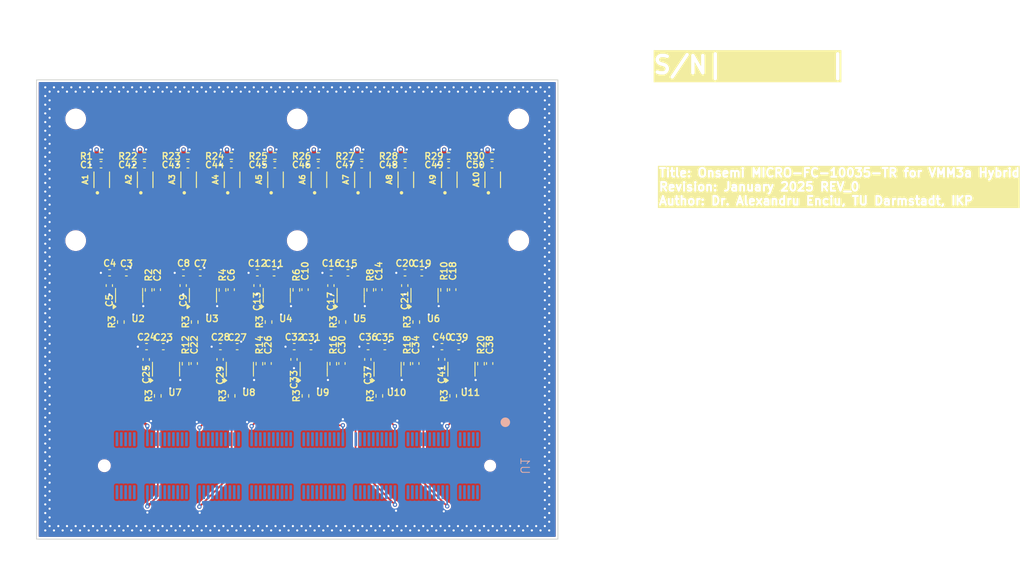
<source format=kicad_pcb>
(kicad_pcb (version 20240108) (generator "pcbnew") (generator_version "8.0")
  (title_block (comment 4 "AISLER Project ID: SXSHDARP"))
  (layers (0 "F.Cu" signal) (1 "In1.Cu" signal) (2 "In2.Cu" signal) (31 "B.Cu" signal) (34 "B.Paste" user) (35 "F.Paste" user) (36 "B.SilkS" user "B.Silkscreen") (37 "F.SilkS" user "F.Silkscreen") (38 "B.Mask" user) (39 "F.Mask" user) (44 "Edge.Cuts" user))
  (net 0 "")
  (net 2 "Ch_4")
  (net 3 "Ch_14")
  (net 4 "Ch_19")
  (net 5 "Ch_106")
  (net 6 "Ch_127")
  (net 7 "Ch_101")
  (net 8 "Ch_42")
  (net 9 "Ch_51")
  (net 10 "Ch_22")
  (net 11 "Ch_31")
  (net 12 "Ch_112")
  (net 13 "Ch_20")
  (net 14 "Ch_90")
  (net 15 "Ch_11")
  (net 16 "Ch_40")
  (net 17 "Ch_67")
  (net 18 "Ch_99")
  (net 19 "Ch_110")
  (net 20 "GND")
  (net 21 "Ch_122")
  (net 22 "Ch_111")
  (net 23 "Ch_102")
  (net 25 "Ch_43")
  (net 26 "Ch_118")
  (net 27 "Ch_57")
  (net 28 "Ch_89")
  (net 29 "Ch_12")
  (net 30 "Ch_120")
  (net 31 "Ch_107")
  (net 32 "Ch_126")
  (net 34 "Ch_1")
  (net 35 "Ch_15")
  (net 36 "Ch_60")
  (net 37 "Ch_48")
  (net 38 "Ch_35")
  (net 39 "Ch_86")
  (net 40 "Ch_53")
  (net 41 "Ch_58")
  (net 43 "Ch_109")
  (net 44 "Ch_92")
  (net 45 "Ch_8")
  (net 46 "Ch_84")
  (net 47 "Ch_94")
  (net 49 "Ch_10")
  (net 50 "Ch_74")
  (net 51 "Ch_36")
  (net 52 "Ch_95")
  (net 53 "Ch_28")
  (net 54 "Ch_24")
  (net 55 "Ch_39")
  (net 56 "Ch_30")
  (net 57 "Ch_63")
  (net 58 "Ch_93")
  (net 59 "Ch_33")
  (net 60 "Ch_72")
  (net 61 "Ch_76")
  (net 62 "Ch_21")
  (net 63 "Ch_117")
  (net 65 "Ch_2")
  (net 66 "Ch_125")
  (net 67 "Ch_80")
  (net 68 "Ch_66")
  (net 69 "Ch_61")
  (net 70 "Ch_3")
  (net 72 "Ch_23")
  (net 73 "Ch_116")
  (net 74 "Ch_54")
  (net 75 "Ch_50")
  (net 76 "Ch_32")
  (net 78 "Ch_38")
  (net 79 "Ch_91")
  (net 80 "Ch_82")
  (net 81 "Ch_79")
  (net 82 "Ch_115")
  (net 83 "Ch_9")
  (net 84 "Ch_41")
  (net 85 "Ch_114")
  (net 86 "Ch_47")
  (net 87 "Ch_17")
  (net 88 "Ch_121")
  (net 89 "Ch_16")
  (net 90 "Ch_113")
  (net 91 "Ch_49")
  (net 92 "Ch_78")
  (net 93 "Ch_13")
  (net 94 "Ch_71")
  (net 95 "Ch_68")
  (net 96 "Ch_52")
  (net 97 "Ch_100")
  (net 98 "Ch_46")
  (net 99 "Ch_27")
  (net 100 "Ch_87")
  (net 101 "Ch_18")
  (net 102 "Ch_103")
  (net 103 "Ch_98")
  (net 104 "Ch_97")
  (net 105 "Ch_105")
  (net 106 "Ch_29")
  (net 108 "Ch_73")
  (net 109 "Ch_69")
  (net 111 "Ch_62")
  (net 112 "Ch_88")
  (net 113 "Ch_96")
  (net 114 "Ch_119")
  (net 115 "Ch_44")
  (net 116 "Ch_55")
  (net 117 "Ch_128")
  (net 118 "Ch_59")
  (net 120 "Ch_64")
  (net 121 "Ch_85")
  (net 122 "Ch_81")
  (net 123 "Ch_7")
  (net 125 "Ch_77")
  (net 126 "Ch_108")
  (net 127 "Ch_75")
  (net 128 "Ch_56")
  (net 129 "Ch_34")
  (net 130 "Ch_37")
  (net 131 "Ch_70")
  (net 132 "Ch_65")
  (net 133 "Net-(U2--IN)")
  (net 136 "Net-(A1-Pad3)")
  (net 137 "Net-(U2-OUT)")
  (net 138 "+3V3")
  (net 139 "HV+")
  (footprint "Capacitor_SMD:C_0402_1005Metric" (layer "F.Cu") (at 81.654 98.375 180)
    (property "Reference" "C23")
    (property "Value" "10 nF" (hide yes))
  )
  (footprint "Onsemi:XDCR_MICROFC-10035-SMT-TR1" (layer "F.Cu") (at 79.57 79.17 90)
    (property "Reference" "A2")
    (property "Value" "MICROFC-10035-SMT-TR1" (hide yes))
  )
  (footprint "Resistor_SMD:R_0402_1005Metric" (layer "F.Cu") (at 114.49 76.435)
    (property "Reference" "R29")
    (property "Value" "R" (hide yes))
  )
  (footprint "Capacitor_SMD:C_0402_1005Metric" (layer "F.Cu") (at 84.49 77.445)
    (property "Reference" "C43")
    (property "Value" "C" (hide yes))
  )
  (footprint "Onsemi:XDCR_MICROFC-10035-SMT-TR1" (layer "F.Cu") (at 99.57 79.17 90)
    (property "Reference" "A6")
    (property "Value" "MICROFC-10035-SMT-TR1" (hide yes))
  )
  (footprint "Capacitor_SMD:C_0402_1005Metric" (layer "F.Cu") (at 102.219 100.315 -90)
    (property "Reference" "C30")
    (property "Value" "3pF" (hide yes))
  )
  (footprint "Resistor_SMD:R_0402_1005Metric" (layer "F.Cu") (at 79.969 91.845 90)
    (property "Reference" "R2")
    (property "Value" "10k" (hide yes))
  )
  (footprint "Package_TO_SOT_SMD:SOT-23-6" (layer "F.Cu") (at 86.219 92.4725 90)
    (property "Reference" "U3")
    (property "Value" "OPA357AIDBVR" (hide yes))
  )
  (footprint "" (layer "F.Cu") (at 97.07 86.17)
    (property "Reference" "1" (hide yes))
    (property "Value" "")
  )
  (footprint "Resistor_SMD:R_0402_1005Metric" (layer "F.Cu") (at 113.969 91.845 90)
    (property "Reference" "R10")
    (property "Value" "10k" (hide yes))
  )
  (footprint "Resistor_SMD:R_0402_1005Metric" (layer "F.Cu") (at 99.49 76.435)
    (property "Reference" "R26")
    (property "Value" "R" (hide yes))
  )
  (footprint "Capacitor_SMD:C_0402_1005Metric" (layer "F.Cu") (at 119.219 100.315 -90)
    (property "Reference" "C38")
    (property "Value" "3pF" (hide yes))
  )
  (footprint "Capacitor_SMD:C_0402_1005Metric" (layer "F.Cu") (at 96.724 98.375)
    (property "Reference" "C32")
    (property "Value" "100nF" (hide yes))
  )
  (footprint "Resistor_SMD:R_0402_1005Metric" (layer "F.Cu") (at 118.219 100.345 90)
    (property "Reference" "R20")
    (property "Value" "10k" (hide yes))
  )
  (footprint "Resistor_SMD:R_0402_1005Metric" (layer "F.Cu") (at 110.769 95.545 -90)
    (property "Reference" "R3")
    (property "Value" "50" (hide yes))
  )
  (footprint "Resistor_SMD:R_0402_1005Metric" (layer "F.Cu") (at 85.269 95.545 -90)
    (property "Reference" "R3")
    (property "Value" "50" (hide yes))
  )
  (footprint "Resistor_SMD:R_0402_1005Metric" (layer "F.Cu") (at 109.49 76.435)
    (property "Reference" "R28")
    (property "Value" "R" (hide yes))
  )
  (footprint "Capacitor_SMD:C_0402_1005Metric" (layer "F.Cu") (at 109.49 77.445)
    (property "Reference" "C48")
    (property "Value" "C" (hide yes))
  )
  (footprint "" (layer "F.Cu") (at 122.57 72.17)
    (property "Reference" "")
    (property "Value" "")
  )
  (footprint "Capacitor_SMD:C_0402_1005Metric" (layer "F.Cu") (at 75.474 89.875)
    (property "Reference" "C4")
    (property "Value" "100nF" (hide yes))
  )
  (footprint "Capacitor_SMD:C_0402_1005Metric" (layer "F.Cu") (at 80.969 91.815 -90)
    (property "Reference" "C2")
    (property "Value" "3pF" (hide yes))
  )
  (footprint "Capacitor_SMD:C_0402_1005Metric" (layer "F.Cu") (at 79.724 98.375)
    (property "Reference" "C24")
    (property "Value" "100nF" (hide yes))
  )
  (footprint "Capacitor_SMD:C_0402_1005Metric" (layer "F.Cu") (at 99.49 77.445)
    (property "Reference" "C46")
    (property "Value" "C" (hide yes))
  )
  (footprint "Onsemi:XDCR_MICROFC-10035-SMT-TR1" (layer "F.Cu") (at 104.57 79.17 90)
    (property "Reference" "A7")
    (property "Value" "MICROFC-10035-SMT-TR1" (hide yes))
  )
  (footprint "Capacitor_SMD:C_0402_1005Metric" (layer "F.Cu") (at 114.49 77.445)
    (property "Reference" "C49")
    (property "Value" "C" (hide yes))
  )
  (footprint "Resistor_SMD:R_0402_1005Metric" (layer "F.Cu") (at 79.49 76.435)
    (property "Reference" "R22")
    (property "Value" "R" (hide yes))
  )
  (footprint "Resistor_SMD:R_0402_1005Metric" (layer "F.Cu") (at 89.49 76.435)
    (property "Reference" "R24")
    (property "Value" "R" (hide yes))
  )
  (footprint "Capacitor_SMD:C_0402_1005Metric" (layer "F.Cu") (at 89.49 77.445)
    (property "Reference" "C44")
    (property "Value" "C" (hide yes))
  )
  (footprint "Package_TO_SOT_SMD:SOT-23-6" (layer "F.Cu") (at 115.969 100.9725 90)
    (property "Reference" "U11")
    (property "Value" "OPA357AIDBVR" (hide yes))
  )
  (footprint "Package_TO_SOT_SMD:SOT-23-6" (layer "F.Cu") (at 107.469 100.9725 90)
    (property "Reference" "U10")
    (property "Value" "OPA357AIDBVR" (hide yes))
  )
  (footprint "Resistor_SMD:R_0402_1005Metric" (layer "F.Cu") (at 74.49 76.435)
    (property "Reference" "R1")
    (property "Value" "R" (hide yes))
  )
  (footprint "Resistor_SMD:R_0402_1005Metric" (layer "F.Cu") (at 94.49 76.435)
    (property "Reference" "R25")
    (property "Value" "R" (hide yes))
  )
  (footprint "Resistor_SMD:R_0402_1005Metric" (layer "F.Cu") (at 105.469 91.845 90)
    (property "Reference" "R8")
    (property "Value" "10k" (hide yes))
  )
  (footprint "Resistor_SMD:R_0402_1005Metric" (layer "F.Cu") (at 92.719 100.345 90)
    (property "Reference" "R14")
    (property "Value" "10k" (hide yes))
  )
  (footprint "Package_TO_SOT_SMD:SOT-23-6" (layer "F.Cu") (at 81.969 100.9725 90)
    (property "Reference" "U7")
    (property "Value" "OPA357AIDBVR" (hide yes))
  )
  (footprint "Onsemi:XDCR_MICROFC-10035-SMT-TR1" (layer "F.Cu") (at 94.57 79.17 90)
    (property "Reference" "A5")
    (property "Value" "MICROFC-10035-SMT-TR1" (hide yes))
  )
  (footprint "Package_TO_SOT_SMD:SOT-23-6" (layer "F.Cu") (at 94.719 92.4725 90)
    (property "Reference" "U4")
    (property "Value" "OPA357AIDBVR" (hide yes))
  )
  (footprint "" (layer "F.Cu") (at 122.57 86.17)
    (property "Reference" "")
    (property "Value" "")
  )
  (footprint "Capacitor_SMD:C_0402_1005Metric" (layer "F.Cu") (at 113.694 99.845 90)
    (property "Reference" "C41")
    (property "Value" "10uF" (hide yes))
  )
  (footprint "Capacitor_SMD:C_0402_1005Metric" (layer "F.Cu") (at 94.404 89.875 180)
    (property "Reference" "C11")
    (property "Value" "10 nF" (hide yes))
  )
  (footprint "Capacitor_SMD:C_0402_1005Metric" (layer "F.Cu") (at 106.469 91.815 -90)
    (property "Reference" "C14")
    (property "Value" "3pF" (hide yes))
  )
  (footprint "Resistor_SMD:R_0402_1005Metric" (layer "F.Cu") (at 76.769 95.545 -90)
    (property "Reference" "R3")
    (property "Value" "50" (hide yes))
  )
  (footprint "Capacitor_SMD:C_0402_1005Metric" (layer "F.Cu") (at 79.694 99.845 90)
    (property "Reference" "C25")
    (property "Value" "10uF" (hide yes))
  )
  (footprint "Capacitor_SMD:C_0402_1005Metric" (layer "F.Cu") (at 79.49 77.445)
    (property "Reference" "C42")
    (property "Value" "C" (hide yes))
  )
  (footprint "Onsemi:XDCR_MICROFC-10035-SMT-TR1" (layer "F.Cu") (at 89.57 79.17 90)
    (property "Reference" "A4")
    (property "Value" "MICROFC-10035-SMT-TR1" (hide yes))
  )
  (footprint "Capacitor_SMD:C_0402_1005Metric" (layer "F.Cu") (at 102.904 89.875 180)
    (property "Reference" "C15")
    (property "Value" "10 nF" (hide yes))
  )
  (footprint "Capacitor_SMD:C_0402_1005Metric" (layer "F.Cu") (at 115.654 98.375 180)
    (property "Reference" "C39")
    (property "Value" "10 nF" (hide yes))
  )
  (footprint "Onsemi:XDCR_MICROFC-10035-SMT-TR1" (layer "F.Cu") (at 109.57 79.17 90)
    (property "Reference" "A8")
    (property "Value" "MICROFC-10035-SMT-TR1" (hide yes))
  )
  (footprint "Capacitor_SMD:C_0402_1005Metric" (layer "F.Cu") (at 88.194 99.845 90)
    (property "Reference" "C29")
    (property "Value" "10uF" (hide yes))
  )
  (footprint "Capacitor_SMD:C_0402_1005Metric" (layer "F.Cu") (at 94.49 77.445)
    (property "Reference" "C45")
    (property "Value" "C" (hide yes))
  )
  (footprint "Package_TO_SOT_SMD:SOT-23-6" (layer "F.Cu") (at 98.969 100.9725 90)
    (property "Reference" "U9")
    (property "Value" "OPA357AIDBVR" (hide yes))
  )
  (footprint "Onsemi:XDCR_MICROFC-10035-SMT-TR1" (layer "F.Cu") (at 74.57 79.17 90)
    (property "Reference" "A1")
    (property "Value" "MICROFC-10035-SMT-TR1" (hide yes))
  )
  (footprint "Onsemi:XDCR_MICROFC-10035-SMT-TR1" (layer "F.Cu") (at 119.57 79.17 90)
    (property "Reference" "A10")
    (property "Value" "MICROFC-10035-SMT-TR1" (hide yes))
  )
  (footprint "Resistor_SMD:R_0402_1005Metric" (layer "F.Cu") (at 102.269 95.545 -90)
    (property "Reference" "R3")
    (property "Value" "50" (hide yes))
  )
  (footprint "Capacitor_SMD:C_0402_1005Metric" (layer "F.Cu") (at 104.49 77.445)
    (property "Reference" "C47")
    (property "Value" "C" (hide yes))
  )
  (footprint "Capacitor_SMD:C_0402_1005Metric" (layer "F.Cu") (at 75.444 91.345 90)
    (property "Reference" "C5")
    (property "Value" "10uF" (hide yes))
  )
  (footprint "Capacitor_SMD:C_0402_1005Metric" (layer "F.Cu") (at 74.49 77.445)
    (property "Reference" "C1")
    (property "Value" "C" (hide yes))
  )
  (footprint "Capacitor_SMD:C_0402_1005Metric" (layer "F.Cu") (at 113.724 98.375)
    (property "Reference" "C40")
    (property "Value" "100nF" (hide yes))
  )
  (footprint "Resistor_SMD:R_0402_1005Metric" (layer "F.Cu") (at 119.49 76.435)
    (property "Reference" "R30")
    (property "Value" "R" (hide yes))
  )
  (footprint "Package_TO_SOT_SMD:SOT-23-6" (layer "F.Cu") (at 103.219 92.4725 90)
    (property "Reference" "U5")
    (property "Value" "OPA357AIDBVR" (hide yes))
  )
  (footprint "Capacitor_SMD:C_0402_1005Metric" (layer "F.Cu") (at 109.474 89.875)
    (property "Reference" "C20")
    (property "Value" "100nF" (hide yes))
  )
  (footprint "Package_TO_SOT_SMD:SOT-23-6" (layer "F.Cu") (at 90.469 100.9725 90)
    (property "Reference" "U8")
    (property "Value" "OPA357AIDBVR" (hide yes))
  )
  (footprint "Resistor_SMD:R_0402_1005Metric" (layer "F.Cu") (at 115.019 104.045 -90)
    (property "Reference" "R3")
    (property "Value" "50" (hide yes))
  )
  (footprint "Resistor_SMD:R_0402_1005Metric" (layer "F.Cu") (at 84.49 76.435)
    (property "Reference" "R23")
    (property "Value" "R" (hide yes))
  )
  (footprint "Capacitor_SMD:C_0402_1005Metric" (layer "F.Cu") (at 97.969 91.815 -90)
    (property "Reference" "C10")
    (property "Value" "3pF" (hide yes))
  )
  (footprint "Capacitor_SMD:C_0402_1005Metric" (layer "F.Cu") (at 119.49 77.445)
    (property "Reference" "C50")
    (property "Value" "C" (hide yes))
  )
  (footprint "Resistor_SMD:R_0402_1005Metric" (layer "F.Cu") (at 104.49 76.435)
    (property "Reference" "R27")
    (property "Value" "R" (hide yes))
  )
  (footprint "Resistor_SMD:R_0402_1005Metric" (layer "F.Cu") (at 88.469 91.845 90)
    (property "Reference" "R4")
    (property "Value" "10k" (hide yes))
  )
  (footprint "Onsemi:XDCR_MICROFC-10035-SMT-TR1" (layer "F.Cu") (at 114.57 79.17 90)
    (property "Reference" "A9")
    (property "Value" "MICROFC-10035-SMT-TR1" (hide yes))
  )
  (footprint "Capacitor_SMD:C_0402_1005Metric" (layer "F.Cu") (at 98.654 98.375 180)
    (property "Reference" "C31")
    (property "Value" "10 nF" (hide yes))
  )
  (footprint "Resistor_SMD:R_0402_1005Metric" (layer "F.Cu") (at 96.969 91.845 90)
    (property "Reference" "R6")
    (property "Value" "10k" (hide yes))
  )
  (footprint "Capacitor_SMD:C_0402_1005Metric" (layer "F.Cu") (at 96.694 99.845 90)
    (property "Reference" "C33")
    (property "Value" "10uF" (hide yes))
  )
  (footprint "Capacitor_SMD:C_0402_1005Metric" (layer "F.Cu") (at 90.154 98.375 180)
    (property "Reference" "C27")
    (property "Value" "10 nF" (hide yes))
  )
  (footprint "Resistor_SMD:R_0402_1005Metric" (layer "F.Cu") (at 93.769 95.545 -90)
    (property "Reference" "R3")
    (property "Value" "50" (hide yes))
  )
  (footprint "Capacitor_SMD:C_0402_1005Metric" (layer "F.Cu") (at 105.194 99.845 90)
    (property "Reference" "C37")
    (property "Value" "10uF" (hide yes))
  )
  (footprint "Capacitor_SMD:C_0402_1005Metric" (layer "F.Cu") (at 100.944 91.345 90)
    (property "Reference" "C17")
    (property "Value" "10uF" (hide yes))
  )
  (footprint "Resistor_SMD:R_0402_1005Metric" (layer "F.Cu") (at 106.519 104.045 -90)
    (property "Reference" "R3")
    (property "Value" "50" (hide yes))
  )
  (footprint "Capacitor_SMD:C_0402_1005Metric" (layer "F.Cu") (at 92.444 91.345 90)
    (property "Reference" "C13")
    (property "Value" "10uF" (hide yes))
  )
  (footprint "Capacitor_SMD:C_0402_1005Metric" (layer "F.Cu") (at 109.444 91.345 90)
    (property "Reference" "C21")
    (property "Value" "10uF" (hide yes))
  )
  (footprint "Capacitor_SMD:C_0402_1005Metric" (layer "F.Cu") (at 105.224 98.375)
    (property "Reference" "C36")
    (property "Value" "100nF" (hide yes))
  )
  (footprint "MountingHole:MountingHole_2.1mm" (layer "F.Cu") (at 97.07 72.17)
    (property "Reference" "REF**1" (hide yes))
    (property "Value" "MountingHole_2.1mm" (hide yes))
  )
  (footprint "Capacitor_SMD:C_0402_1005Metric" (layer "F.Cu") (at 88.224 98.375)
    (property "Reference" "C28")
    (property "Value" "100nF" (hide yes))
  )
  (footprint "Resistor_SMD:R_0402_1005Metric" (layer "F.Cu") (at 101.219 100.345 90)
    (property "Reference" "R16")
    (property "Value" "10k" (hide yes))
  )
  (footprint "Resistor_SMD:R_0402_1005Metric" (layer "F.Cu") (at 84.219 100.345 90)
    (property "Reference" "R12")
    (property "Value" "10k" (hide yes))
  )
  (footprint "Capacitor_SMD:C_0402_1005Metric" (layer "F.Cu") (at 110.719 100.315 -90)
    (property "Reference" "C34")
    (property "Value" "3pF" (hide yes))
  )
  (footprint "" (layer "F.Cu") (at 71.57 86.17)
    (property "Reference" "")
    (property "Value" "")
  )
  (footprint "Capacitor_SMD:C_0402_1005Metric" (layer "F.Cu") (at 93.719 100.315 -90)
    (property "Reference" "C26")
    (property "Value" "3pF" (hide yes))
  )
  (footprint "Capacitor_SMD:C_0402_1005Metric" (layer "F.Cu") (at 83.944 91.345 90)
    (property "Reference" "C9")
    (property "Value" "10uF" (hide yes))
  )
  (footprint "Capacitor_SMD:C_0402_1005Metric" (layer "F.Cu") (at 92.474 89.875)
    (property "Reference" "C12")
    (property "Value" "100nF" (hide yes))
  )
  (footprint "Resistor_SMD:R_0402_1005Metric" (layer "F.Cu") (at 98.019 104.045 -90)
    (property "Reference" "R3")
    (property "Value" "50" (hide yes))
  )
  (footprint "Resistor_SMD:R_0402_1005Metric" (layer "F.Cu") (at 109.719 100.345 90)
    (property "Reference" "R18")
    (property "Value" "10k" (hide yes))
  )
  (footprint "Capacitor_SMD:C_0402_1005Metric" (layer "F.Cu") (at 111.404 89.875 180)
    (property "Reference" "C19")
    (property "Value" "10 nF" (hide yes))
  )
  (footprint "Capacitor_SMD:C_0402_1005Metric" (layer "F.Cu") (at 114.969 91.815 -90)
    (property "Reference" "C18")
    (property "Value" "3pF" (hide yes))
  )
  (footprint "Resistor_SMD:R_0402_1005Metric" (layer "F.Cu") (at 81.019 104.045 -90)
    (property "Reference" "R3")
    (property "Value" "50" (hide yes))
  )
  (footprint "Onsemi:XDCR_MICROFC-10035-SMT-TR1" (layer "F.Cu") (at 84.57 79.17 90)
    (property "Reference" "A3")
    (property "Value" "MICROFC-10035-SMT-TR1" (hide yes))
  )
  (footprint "Package_TO_SOT_SMD:SOT-23-6" (layer "F.Cu") (at 77.719 92.4725 90)
    (property "Reference" "U2")
    (property "Value" "OPA357AIDBVR" (hide yes))
  )
  (footprint "MountingHole:MountingHole_2.1mm" (layer "F.Cu") (at 71.57 72.17)
    (property "Reference" "REF**" (hide yes))
    (property "Value" "MountingHole_2.1mm" (hide yes))
  )
  (footprint "Resistor_SMD:R_0402_1005Metric" (layer "F.Cu") (at 89.519 104.045 -90)
    (property "Reference" "R3")
    (property "Value" "50" (hide yes))
  )
  (footprint "Capacitor_SMD:C_0402_1005Metric" (layer "F.Cu") (at 100.974 89.875)
    (property "Reference" "C16")
    (property "Value" "100nF" (hide yes))
  )
  (footprint "Capacitor_SMD:C_0402_1005Metric" (layer "F.Cu") (at 85.219 100.315 -90)
    (property "Reference" "C22")
    (property "Value" "3pF" (hide yes))
  )
  (footprint "Capacitor_SMD:C_0402_1005Metric" (layer "F.Cu") (at 89.469 91.815 -90)
    (property "Reference" "C6")
    (property "Value" "3pF" (hide yes))
  )
  (footprint "Capacitor_SMD:C_0402_1005Metric" (layer "F.Cu") (at 83.974 89.875)
    (property "Reference" "C8")
    (property "Value" "100nF" (hide yes))
  )
  (footprint "Capacitor_SMD:C_0402_1005Metric" (layer "F.Cu") (at 77.404 89.875 180)
    (property "Reference" "C3")
    (property "Value" "10 nF" (hide yes))
  )
  (footprint "Capacitor_SMD:C_0402_1005Metric" (layer "F.Cu") (at 107.154 98.375 180)
    (property "Reference" "C35")
    (property "Value" "10 nF" (hide yes))
  )
  (footprint "Capacitor_SMD:C_0402_1005Metric" (layer "F.Cu") (at 85.904 89.875 180)
    (property "Reference" "C7")
    (property "Value" "10 nF" (hide yes))
  )
  (footprint "Package_TO_SOT_SMD:SOT-23-6" (layer "F.Cu") (at 111.719 92.4725 90)
    (property "Reference" "U6")
    (property "Value" "OPA357AIDBVR" (hide yes))
  )
  (footprint "Hirose-FX10:Hirose-FX10" (layer "B.Cu") (at 121.02 112.08 180)
    (property "Reference" "U1")
    (property "Value" "~")
  )
  (gr_rect (start 67.07 67.67) (end 127.07 120.53) (stroke (width 0.1)) (fill none) (layer "Edge.Cuts"))
  (gr_text "S/N|        |" (at 137.87 67.13 0) (layer "F.SilkS" knockout) (effects (font (size 2 2) (thickness 0.4) (bold yes)) (justify left bottom)))
  (gr_text "Title: Onsemi MICRO-FC-10035-TR for VMM3a Hybrid\nRevision: January 2025 REV_0\nAuthor: Dr. Alexandru Enciu, TU Darmstadt, IKP" (at 138.57 82.17 0) (layer "F.SilkS" knockout) (effects (font (size 1 1) (thickness 0.25) (bold yes)) (justify left bottom)))
  (segment (start 84.01 77.445) (end 83.27 77.445) (width 0.5) (layer "F.Cu") (net 20))
  (segment (start 103.374 89.305) (end 103.384 89.315) (width 0.5) (layer "F.Cu") (net 20))
  (segment (start 82.124 97.805) (end 82.134 97.815) (width 0.5) (layer "F.Cu") (net 20))
  (segment (start 119.01 77.445) (end 118.27 77.445) (width 0.5) (layer "F.Cu") (net 20))
  (segment (start 114.01 77.445) (end 113.27 77.445) (width 0.5) (layer "F.Cu") (net 20))
  (segment (start 82.134 97.815) (end 82.134 98.375) (width 0.5) (layer "F.Cu") (net 20))
  (segment (start 107.624 97.805) (end 107.634 97.815) (width 0.5) (layer "F.Cu") (net 20))
  (segment (start 95.719 98.385) (end 96.234 98.385) (width 0.5) (layer "F.Cu") (net 20))
  (segment (start 99.969 89.885) (end 100.484 89.885) (width 0.5) (layer "F.Cu") (net 20))
  (segment (start 83.484 89.885) (end 83.494 89.875) (width 0.5) (layer "F.Cu") (net 20))
  (segment (start 77.874 89.305) (end 77.884 89.315) (width 0.5) (layer "F.Cu") (net 20))
  (segment (start 109.01 77.445) (end 108.27 77.445) (width 0.5) (layer "F.Cu") (net 20))
  (segment (start 86.384 89.315) (end 86.384 89.875) (width 0.5) (layer "F.Cu") (net 20))
  (segment (start 74.01 77.445) (end 73.27 77.445) (width 0.5) (layer "F.Cu") (net 20))
  (segment (start 87.219 98.385) (end 87.734 98.385) (width 0.5) (layer "F.Cu") (net 20))
  (segment (start 91.469 89.885) (end 91.984 89.885) (width 0.5) (layer "F.Cu") (net 20))
  (segment (start 74.469 89.885) (end 74.984 89.885) (width 0.5) (layer "F.Cu") (net 20))
  (segment (start 104.734 98.385) (end 104.744 98.375) (width 0.5) (layer "F.Cu") (net 20))
  (segment (start 113.694 100.325) (end 113.694 100.855) (width 0.5) (layer "F.Cu") (net 20))
  (segment (start 111.884 89.315) (end 111.884 89.875) (width 0.5) (layer "F.Cu") (net 20))
  (segment (start 87.734 98.385) (end 87.744 98.375) (width 0.5) (layer "F.Cu") (net 20))
  (segment (start 92.444 91.825) (end 92.444 92.355) (width 0.5) (layer "F.Cu") (net 20))
  (segment (start 107.634 97.815) (end 107.634 98.375) (width 0.5) (layer "F.Cu") (net 20))
  (segment (start 82.969 89.885) (end 83.484 89.885) (width 0.5) (layer "F.Cu") (net 20))
  (segment (start 99.124 97.805) (end 99.134 97.815) (width 0.5) (layer "F.Cu") (net 20))
  (segment (start 103.384 89.315) (end 103.384 89.875) (width 0.5) (layer "F.Cu") (net 20))
  (segment (start 105.194 100.325) (end 105.194 100.855) (width 0.5) (layer "F.Cu") (net 20))
  (segment (start 90.634 97.815) (end 90.634 98.375) (width 0.5) (layer "F.Cu") (net 20))
  (segment (start 90.624 97.805) (end 90.634 97.815) (width 0.5) (layer "F.Cu") (net 20))
  (segment (start 91.984 89.885) (end 91.994 89.875) (width 0.5) (layer "F.Cu") (net 20))
  (segment (start 109.444 91.825) (end 109.444 92.355) (width 0.5) (layer "F.Cu") (net 20))
  (segment (start 99.134 97.815) (end 99.134 98.375) (width 0.5) (layer "F.Cu") (net 20))
  (segment (start 94.874 89.305) (end 94.884 89.315) (width 0.5) (layer "F.Cu") (net 20))
  (segment (start 100.484 89.885) (end 100.494 89.875) (width 0.5) (layer "F.Cu") (net 20))
  (segment (start 112.719 98.385) (end 113.234 98.385) (width 0.5) (layer "F.Cu") (net 20))
  (segment (start 104.219 98.385) (end 104.734 98.385) (width 0.5) (layer "F.Cu") (net 20))
  (segment (start 78.719 98.385) (end 79.234 98.385) (width 0.5) (layer "F.Cu") (net 20))
  (segment (start 113.234 98.385) (end 113.244 98.375) (width 0.5) (layer "F.Cu") (net 20))
  (segment (start 79.01 77.445) (end 78.27 77.445) (width 0.5) (layer "F.Cu") (net 20))
  (segment (start 94.884 89.315) (end 94.884 89.875) (width 0.5) (layer "F.Cu") (net 20))
  (segment (start 111.874 89.305) (end 111.884 89.315) (width 0.5) (layer "F.Cu") (net 20))
  (segment (start 83.944 91.825) (end 83.944 92.355) (width 0.5) (layer "F.Cu") (net 20))
  (segment (start 99.01 77.445) (end 98.27 77.445) (width 0.5) (layer "F.Cu") (net 20))
  (segment (start 116.124 97.805) (end 116.134 97.815) (width 0.5) (layer "F.Cu") (net 20))
  (segment (start 79.694 100.325) (end 79.694 100.855) (width 0.5) (layer "F.Cu") (net 20))
  (segment (start 74.984 89.885) (end 74.994 89.875) (width 0.5) (layer "F.Cu") (net 20))
  (segment (start 75.444 91.825) (end 75.444 92.355) (width 0.5) (layer "F.Cu") (net 20))
  (segment (start 86.374 89.305) (end 86.384 89.315) (width 0.5) (layer "F.Cu") (net 20))
  (segment (start 96.694 100.325) (end 96.694 100.855) (width 0.5) (layer "F.Cu") (net 20))
  (segment (start 94.01 77.445) (end 93.27 77.445) (width 0.5) (layer "F.Cu") (net 20))
  (segment (start 89.01 77.445) (end 88.27 77.445) (width 0.5) (layer "F.Cu") (net 20))
  (segment (start 108.469 89.885) (end 108.984 89.885) (width 0.5) (layer "F.Cu") (net 20))
  (segment (start 88.194 100.325) (end 88.194 100.855) (width 0.5) (layer "F.Cu") (net 20))
  (segment (start 77.884 89.315) (end 77.884 89.875) (width 0.5) (layer "F.Cu") (net 20))
  (segment (start 104.01 77.445) (end 103.27 77.445) (width 0.5) (layer "F.Cu") (net 20))
  (segment (start 116.134 97.815) (end 116.134 98.375) (width 0.5) (layer "F.Cu") (net 20))
  (segment (start 79.234 98.385) (end 79.244 98.375) (width 0.5) (layer "F.Cu") (net 20))
  (segment (start 108.984 89.885) (end 108.994 89.875) (width 0.5) (layer "F.Cu") (net 20))
  (segment (start 96.234 98.385) (end 96.244 98.375) (width 0.5) (layer "F.Cu") (net 20))
  (segment (start 100.944 91.825) (end 100.944 92.355) (width 0.5) (layer "F.Cu") (net 20))
  (via (at 125.57 110.03) (size 0.5) (drill 0.25) (layers "F.Cu" "B.Cu") (net 20))
  (via (at 107.624 97.805) (size 0.5) (drill 0.25) (layers "F.Cu" "B.Cu") (net 20))
  (via (at 117.57 69.03) (size 0.5) (drill 0.25) (layers "F.Cu" "B.Cu") (net 20))
  (via (at 104.07 68.53) (size 0.5) (drill 0.25) (layers "F.Cu" "B.Cu") (net 20))
  (via (at 68.07 111.53) (size 0.5) (drill 0.25) (layers "F.Cu" "B.Cu") (net 20))
  (via (at 108.27 77.445) (size 0.5) (drill 0.25) (layers "F.Cu" "B.Cu") (net 20))
  (via (at 126.07 82.53) (size 0.5) (drill 0.25) (layers "F.Cu" "B.Cu") (net 20))
  (via (at 72.07 119.53) (size 0.5) (drill 0.25) (layers "F.Cu" "B.Cu") (net 20))
  (via (at 126.07 101.53) (size 0.5) (drill 0.25) (layers "F.Cu" "B.Cu") (net 20))
  (via (at 68.07 87.53) (size 0.5) (drill 0.25) (layers "F.Cu" "B.Cu") (net 20))
  (via (at 68.57 72.03) (size 0.5) (drill 0.25) (layers "F.Cu" "B.Cu") (net 20))
  (via (at 68.57 100.03) (size 0.5) (drill 0.25) (layers "F.Cu" "B.Cu") (net 20))
  (via (at 125.57 119.03) (size 0.5) (drill 0.25) (layers "F.Cu" "B.Cu") (net 20))
  (via (at 100.604 102.215) (size 0.5) (drill 0.25) (layers "F.Cu" "B.Cu") (net 20))
  (via (at 101.07 68.53) (size 0.5) (drill 0.25) (layers "F.Cu" "B.Cu") (net 20))
  (via (at 71.57 69.03) (size 0.5) (drill 0.25) (layers "F.Cu" "B.Cu") (net 20))
  (via (at 102.32 106.729997) (size 0.5) (drill 0.25) (layers "F.Cu" "B.Cu") (net 20))
  (via (at 68.57 71.03) (size 0.5) (drill 0.25) (layers "F.Cu" "B.Cu") (net 20))
  (via (at 68.07 117.53) (size 0.5) (drill 0.25) (layers "F.Cu" "B.Cu") (net 20))
  (via (at 125.57 105.03) (size 0.5) (drill 0.25) (layers "F.Cu" "B.Cu") (net 20))
  (via (at 69.57 119.03) (size 0.5) (drill 0.25) (layers "F.Cu" "B.Cu") (net 20))
  (via (at 72.07 68.53) (size 0.5) (drill 0.25) (layers "F.Cu" "B.Cu") (net 20))
  (via (at 126.07 109.53) (size 0.5) (drill 0.25) (layers "F.Cu" "B.Cu") (net 20))
  (via (at 68.57 94.03) (size 0.5) (drill 0.25) (layers "F.Cu" "B.Cu") (net 20))
  (via (at 68.57 103.03) (size 0.5) (drill 0.25) (layers "F.Cu" "B.Cu") (net 20))
  (via (at 90.57 119.03) (size 0.5) (drill 0.25) (layers "F.Cu" "B.Cu") (net 20))
  (via (at 126.07 99.53) (size 0.5) (drill 0.25) (layers "F.Cu" "B.Cu") (net 20))
  (via (at 77.57 69.03) (size 0.5) (drill 0.25) (layers "F.Cu" "B.Cu") (net 20))
  (via (at 79.82 117.470003) (size 0.5) (drill 0.25) (layers "F.Cu" "B.Cu") (net 20))
  (via (at 125.57 75.03) (size 0.5) (drill 0.25) (layers "F.Cu" "B.Cu") (net 20))
  (via (at 126.07 72.53) (size 0.5) (drill 0.25) (layers "F.Cu" "B.Cu") (net 20))
  (via (at 126.07 113.53) (size 0.5) (drill 0.25) (layers "F.Cu" "B.Cu") (net 20))
  (via (at 85.57 69.03) (size 0.5) (drill 0.25) (layers "F.Cu" "B.Cu") (net 20))
  (via (at 125.57 95.03) (size 0.5) (drill 0.25) (layers "F.Cu" "B.Cu") (net 20))
  (via (at 83.57 69.03) (size 0.5) (drill 0.25) (layers "F.Cu" "B.Cu") (net 20))
  (via (at 68.07 77.53) (size 0.5) (drill 0.25) (layers "F.Cu" "B.Cu") (net 20))
  (via (at 99.124 97.805) (size 0.5) (drill 0.25) (layers "F.Cu" "B.Cu") (net 20))
  (via (at 96.694 100.855) (size 0.5) (drill 0.25) (layers "F.Cu" "B.Cu") (net 20))
  (via (at 68.07 110.53) (size 0.5) (drill 0.25) (layers "F.Cu" "B.Cu") (net 20))
  (via (at 95.214 94.675) (size 0.5) (drill 0.25) (layers "F.Cu" "B.Cu") (net 20))
  (via (at 88.28 75.707939) (size 0.5) (drill 0.25) (layers "F.Cu" "B.Cu") (net 20))
  (via (at 97.57 119.03) (size 0.5) (drill 0.25) (layers "F.Cu" "B.Cu") (net 20))
  (via (at 107.57 69.03) (size 0.5) (drill 0.25) (layers "F.Cu" "B.Cu") (net 20))
  (via (at 107.964 103.175) (size 0.5) (drill 0.25) (layers "F.Cu" "B.Cu") (net 20))
  (via (at 73.27 77.445) (size 0.5) (drill 0.25) (layers "F.Cu" "B.Cu") (net 20))
  (via (at 115.57 69.03) (size 0.5) (drill 0.25) (layers "F.Cu" "B.Cu") (net 20))
  (via (at 126.07 71.53) (size 0.5) (drill 0.25) (layers "F.Cu" "B.Cu") (net 20))
  (via (at 126.07 68.53) (size 0.5) (drill 0.25) (layers "F.Cu" "B.Cu") (net 20))
  (via (at 123.07 119.53) (size 0.5) (drill 0.25) (layers "F.Cu" "B.Cu") (net 20))
  (via (at 126.07 79.53) (size 0.5) (drill 0.25) (layers "F.Cu" "B.Cu") (net 20))
  (via (at 68.57 98.03) (size 0.5) (drill 0.25) (layers "F.Cu" "B.Cu") (net 20))
  (via (at 68.07 119.53) (size 0.5) (drill 0.25) (layers "F.Cu" "B.Cu") (net 20))
  (via (at 90.57 69.03) (size 0.5) (drill 0.25) (layers "F.Cu" "B.Cu") (net 20))
  (via (at 78.07 119.53) (size 0.5) (drill 0.25) (layers "F.Cu" "B.Cu") (net 20))
  (via (at 112.07 119.53) (size 0.5) (drill 0.25) (layers "F.Cu" "B.Cu") (net 20))
  (via (at 95.57 69.03) (size 0.5) (drill 0.25) (layers "F.Cu" "B.Cu") (net 20))
  (via (at 99.57 119.03) (size 0.5) (drill 0.25) (layers "F.Cu" "B.Cu") (net 20))
  (via (at 88.27 77.445) (size 0.5) (drill 0.25) (layers "F.Cu" "B.Cu") (net 20))
  (via (at 68.57 73.03) (size 0.5) (drill 0.25) (layers "F.Cu" "B.Cu") (net 20))
  (via (at 68.57 110.03) (size 0.5) (drill 0.25) (layers "F.Cu" "B.Cu") (net 20))
  (via (at 81.07 68.53) (size 0.5) (drill 0.25) (layers "F.Cu" "B.Cu") (net 20))
  (via (at 126.07 117.53) (size 0.5) (drill 0.25) (layers "F.Cu" "B.Cu") (net 20))
  (via (at 126.07 80.53) (size 0.5) (drill 0.25) (layers "F.Cu" "B.Cu") (net 20))
  (via (at 104.854 93.715) (size 0.5) (drill 0.25) (layers "F.Cu" "B.Cu") (net 20))
  (via (at 126.07 119.53) (size 0.5) (drill 0.25) (layers "F.Cu" "B.Cu") (net 20))
  (via (at 109.57 119.03) (size 0.5) (drill 0.25) (layers "F.Cu" "B.Cu") (net 20))
  (via (at 75.07 68.53) (size 0.5) (drill 0.25) (layers "F.Cu" "B.Cu") (net 20))
  (via (at 126.07 86.53) (size 0.5) (drill 0.25) (layers "F.Cu" "B.Cu") (net 20))
  (via (at 100.07 68.53) (size 0.5) (drill 0.25) (layers "F.Cu" "B.Cu") (net 20))
  (via (at 98.57 119.03) (size 0.5) (drill 0.25) (layers "F.Cu" "B.Cu") (net 20))
  (via (at 108.28 75.707939) (size 0.5) (drill 0.25) (layers "F.Cu" "B.Cu") (net 20))
  (via (at 75.444 92.355) (size 0.5) (drill 0.25) (layers "F.Cu" "B.Cu") (net 20))
  (via (at 82.969 89.885) (size 0.5) (drill 0.25) (layers "F.Cu" "B.Cu") (net 20))
  (via (at 117.07 119.53) (size 0.5) (drill 0.25) (layers "F.Cu" "B.Cu") (net 20))
  (via (at 70.07 68.53) (size 0.5) (drill 0.25) (layers "F.Cu" "B.Cu") (net 20))
  (via (at 68.07 69.53) (size 0.5) (drill 0.25) (layers "F.Cu" "B.Cu") (net 20))
  (via (at 94.07 68.53) (size 0.5) (drill 0.25) (layers "F.Cu" "B.Cu") (net 20))
  (via (at 113.714064 107.197394) (size 0.5) (drill 0.25) (layers "F.Cu" "B.Cu") (net 20))
  (via (at 94.874 89.305) (size 0.5) (drill 0.25) (layers "F.Cu" "B.Cu") (net 20))
  (via (at 100.57 69.03) (size 0.5) (drill 0.25) (layers "F.Cu" "B.Cu") (net 20))
  (via (at 108.585745 106.896596) (size 0.5) (drill 0.25) (layers "F.Cu" "B.Cu") (net 20))
  (via (at 68.57 118.03) (size 0.5) (drill 0.25) (layers "F.Cu" "B.Cu") (net 20))
  (via (at 124.07 68.53) (size 0.5) (drill 0.25) (layers "F.Cu" "B.Cu") (net 20))
  (via (at 68.07 81.53) (size 0.5) (drill 0.25) (layers "F.Cu" "B.Cu") (net 20))
  (via (at 92.104 102.215) (size 0.5) (drill 0.25) (layers "F.Cu" "B.Cu") (net 20))
  (via (at 68.57 75.03) (size 0.5) (drill 0.25) (layers "F.Cu" "B.Cu") (net 20))
  (via (at 126.07 110.53) (size 0.5) (drill 0.25) (layers "F.Cu" "B.Cu") (net 20))
  (via (at 90.07 68.53) (size 0.5) (drill 0.25) (layers "F.Cu" "B.Cu") (net 20))
  (via (at 119.57 119.03) (size 0.5) (drill 0.25) (layers "F.Cu" "B.Cu") (net 20))
  (via (at 92.07 119.53) (size 0.5) (drill 0.25) (layers "F.Cu" "B.Cu") (net 20))
  (via (at 125.57 112.03) (size 0.5) (drill 0.25) (layers "F.Cu" "B.Cu") (net 20))
  (via (at 85.507476 107.053636) (size 0.5) (drill 0.25) (layers "F.Cu" "B.Cu") (net 20))
  (via (at 126.07 90.53) (size 0.5) (drill 0.25) (layers "F.Cu" "B.Cu") (net 20))
  (via (at 126.07 93.53) (size 0.5) (drill 0.25) (layers "F.Cu" "B.Cu") (net 20))
  (via (at 69.07 68.53) (size 0.5) (drill 0.25) (layers "F.Cu" "B.Cu") (net 20))
  (via (at 101.57 69.03) (size 0.5) (drill 0.25) (layers "F.Cu" "B.Cu") (net 20))
  (via (at 125.57 103.03) (size 0.5) (drill 0.25) (layers "F.Cu" "B.Cu") (net 20))
  (via (at 125.57 88.03) (size 0.5) (drill 0.25) (layers "F.Cu" "B.Cu") (net 20))
  (via (at 92.57 119.03) (size 0.5) (drill 0.25) (layers "F.Cu" "B.Cu") (net 20))
  (via (at 92.07 68.53) (size 0.5) (drill 0.25) (layers "F.Cu" "B.Cu") (net 20))
  (via (at 95.719 98.385) (size 0.5) (drill 0.25) (layers "F.Cu" "B.Cu") (net 20))
  (via (at 86.374 89.305) (size 0.5) (drill 0.25) (layers "F.Cu" "B.Cu") (net 20))
  (via (at 124.57 69.03) (size 0.5) (drill 0.25) (layers "F.Cu" "B.Cu") (net 20))
  (via (at 104.07 119.53) (size 0.5) (drill 0.25) (layers "F.Cu" "B.Cu") (net 20))
  (via (at 73.57 69.03) (size 0.5) (drill 0.25) (layers "F.Cu" "B.Cu") (net 20))
  (via (at 109.104 102.215) (size 0.5) (drill 0.25) (layers "F.Cu" "B.Cu") (net 20))
  (via (at 68.57 91.03) (size 0.5) (drill 0.25) (layers "F.Cu" "B.Cu") (net 20))
  (via (at 93.07 119.53) (size 0.5) (drill 0.25) (layers "F.Cu" "B.Cu") (net 20))
  (via (at 68.57 84.03) (size 0.5) (drill 0.25) (layers "F.Cu" "B.Cu") (net 20))
  (via (at 105.194 100.855) (size 0.5) (drill 0.25) (layers "F.Cu" "B.Cu") (net 20))
  (via (at 122.07 119.53) (size 0.5) (drill 0.25) (layers "F.Cu" "B.Cu") (net 20))
  (via (at 68.57 85.03) (size 0.5) (drill 0.25) (layers "F.Cu" "B.Cu") (net 20))
  (via (at 68.07 116.53) (size 0.5) (drill 0.25) (layers "F.Cu" "B.Cu") (net 20))
  (via (at 68.57 99.03) (size 0.5) (drill 0.25) (layers "F.Cu" "B.Cu") (net 20))
  (via (at 68.57 107.03) (size 0.5) (drill 0.25) (layers "F.Cu" "B.Cu") (net 20))
  (via (at 126.07 103.53) (size 0.5) (drill 0.25) (layers "F.Cu" "B.Cu") (net 20))
  (via (at 89.57 69.03) (size 0.5) (drill 0.25) (layers "F.Cu" "B.Cu") (net 20))
  (via (at 96.57 69.03) (size 0.5) (drill 0.25) (layers "F.Cu" "B.Cu") (net 20))
  (via (at 108.57 69.03) (size 0.5) (drill 0.25) (layers "F.Cu" "B.Cu") (net 20))
  (via (at 79.07 68.53) (size 0.5) (drill 0.25) (layers "F.Cu" "B.Cu") (net 20))
  (via (at 125.57 109.03) (size 0.5) (drill 0.25) (layers "F.Cu" "B.Cu") (net 20))
  (via (at 81.57 69.03) (size 0.5) (drill 0.25) (layers "F.Cu" "B.Cu") (net 20))
  (via (at 84.07 68.53) (size 0.5) (drill 0.25) (layers "F.Cu" "B.Cu") (net 20))
  (via (at 126.07 116.53) (size 0.5) (drill 0.25) (layers "F.Cu" "B.Cu") (net 20))
  (via (at 68.07 83.53) (size 0.5) (drill 0.25) (layers "F.Cu" "B.Cu") (net 20))
  (via (at 126.07 91.53) (size 0.5) (drill 0.25) (layers "F.Cu" "B.Cu") (net 20))
  (via (at 80.57 69.03) (size 0.5) (drill 0.25) (layers "F.Cu" "B.Cu") (net 20))
  (via (at 68.07 118.53) (size 0.5) (drill 0.25) (layers "F.Cu" "B.Cu") (net 20))
  (via (at 88.57 119.03) (size 0.5) (drill 0.25) (layers "F.Cu" "B.Cu") (net 20))
  (via (at 74.57 69.03) (size 0.5) (drill 0.25) (layers "F.Cu" "B.Cu") (net 20))
  (via (at 112.214 94.675) (size 0.5) (drill 0.25) (layers "F.Cu" "B.Cu") (net 20))
  (via (at 88.07 119.53) (size 0.5) (drill 0.25) (layers "F.Cu" "B.Cu") (net 20))
  (via (at 125.57 71.03) (size 0.5) (drill 0.25) (layers "F.Cu" "B.Cu") (net 20))
  (via (at 68.07 90.53) (size 0.5) (drill 0.25) (layers "F.Cu" "B.Cu") (net 20))
  (via (at 125.57 87.03) (size 0.5) (drill 0.25) (layers "F.Cu" "B.Cu") (net 20))
  (via (at 114.07 68.53) (size 0.5) (drill 0.25) (layers "F.Cu" "B.Cu") (net 20))
  (via (at 119.680003 75.685) (size 0.5) (drill 0.25) (layers "F.Cu" "B.Cu") (net 20))
  (via (at 126.07 105.53) (size 0.5) (drill 0.25) (layers "F.Cu" "B.Cu") (net 20))
  (via (at 126.07 106.53) (size 0.5) (drill 0.25) (layers "F.Cu" "B.Cu") (net 20))
  (via (at 124.07 119.53) (size 0.5) (drill 0.25) (layers "F.Cu" "B.Cu") (net 20))
  (via (at 110.07 68.53) (size 0.5) (drill 0.25) (layers "F.Cu" "B.Cu") (net 20))
  (via (at 94.07 119.53) (size 0.5) (drill 0.25) (layers "F.Cu" "B.Cu") (net 20))
  (via (at 115.57 119.03) (size 0.5) (drill 0.25) (layers "F.Cu" "B.Cu") (net 20))
  (via (at 79.354 93.715) (size 0.5) (drill 0.25) (layers "F.Cu" "B.Cu") (net 20))
  (via (at 111.57 119.03) (size 0.5) (drill 0.25) (layers "F.Cu" "B.Cu") (net 20))
  (via (at 125.57 91.03) (size 0.5) (drill 0.25) (layers "F.Cu" "B.Cu") (net 20))
  (via (at 77.57 119.03) (size 0.5) (drill 0.25) (layers "F.Cu" "B.Cu") (net 20))
  (via (at 68.57 90.03) (size 0.5) (drill 0.25) (layers "F.Cu" "B.Cu") (net 20))
  (via (at 78.719 98.385) (size 0.5) (drill 0.25) (layers "F.Cu" "B.Cu") (net 20))
  (via (at 111.874 89.305) (size 0.5) (drill 0.25) (layers "F.Cu" "B.Cu") (net 20))
  (via (at 126.07 85.53) (size 0.5) (drill 0.25) (layers "F.Cu" "B.Cu") (net 20))
  (via (at 79.57 69.03) (size 0.5) (drill 0.25) (layers "F.Cu" "B.Cu") (net 20))
  (via (at 87.57 119.03) (size 0.5) (drill 0.25) (layers "F.Cu" "B.Cu") (net 20))
  (via (at 68.57 108.03) (size 0.5) (drill 0.25) (layers "F.Cu" "B.Cu") (net 20))
  (via (at 108.07 119.53) (size 0.5) (drill 0.25) (layers "F.Cu" "B.Cu") (net 20))
  (via (at 68.07 72.53) (size 0.5) (drill 0.25) (layers "F.Cu" "B.Cu") (net 20))
  (via (at 98.07 68.53) (size 0.5) (drill 0.25) (layers "F.Cu" "B.Cu") (net 20))
  (via (at 68.07 96.53) (size 0.5) (drill 0.25) (layers "F.Cu" "B.Cu") (net 20))
  (via (at 106.07 119.53) (size 0.5) (drill 0.25) (layers "F.Cu" "B.Cu") (net 20))
  (via (at 94.57 119.03) (size 0.5) (drill 0.25) (layers "F.Cu" "B.Cu") (net 20))
  (via (at 105.07 119.53) (size 0.5) (drill 0.25) (layers "F.Cu" "B.Cu") (net 20))
  (via (at 102.07 119.53) (size 0.5) (drill 0.25) (layers "F.Cu" "B.Cu") (net 20))
  (via (at 113.694 100.855) (size 0.5) (drill 0.25) (layers "F.Cu" "B.Cu") (net 20))
  (via (at 100.944 92.355) (size 0.5) (drill 0.25) (layers "F.Cu" "B.Cu") (net 20))
  (via (at 113.28 75.707939) (size 0.5) (drill 0.25) (layers "F.Cu" "B.Cu") (net 20))
  (via (at 71.07 119.53) (size 0.5) (drill 0.25) (layers "F.Cu" "B.Cu") (net 20))
  (via (at 103.27 77.445) (size 0.5) (drill 0.25) (layers "F.Cu" "B.Cu") (net 20))
  (via (at 107.57 119.03) (size 0.5) (drill 0.25) (layers "F.Cu" "B.Cu") (net 20))
  (via (at 80.07 119.53) (size 0.5) (drill 0.25) (layers "F.Cu" "B.Cu") (net 20))
  (via (at 119.07 68.53) (size 0.5) (drill 0.25) (layers "F.Cu" "B.Cu") (net 20))
  (via (at 108.469 89.885) (size 0.5) (drill 0.25) (layers "F.Cu" "B.Cu") (net 20))
  (via (at 108.43994 117.25965) (size 0.5) (drill 0.25) (layers "F.Cu" "B.Cu") (net 20))
  (via (at 113.354 93.715) (size 0.5) (drill 0.25) (layers "F.Cu" "B.Cu") (net 20))
  (via (at 120.57 119.03) (size 0.5) (drill 0.25) (layers "F.Cu" "B.Cu") (net 20))
  (via (at 105.57 119.03) (size 0.5) (drill 0.25) (layers "F.Cu" "B.Cu") (net 20))
  (via (at 126.07 96.53) (size 0.5) (drill 0.25) (layers "F.Cu" "B.Cu") (net 20))
  (via (at 119.57 69.03) (size 0.5) (drill 0.25) (layers "F.Cu" "B.Cu") (net 20))
  (via (at 106.07 68.53) (size 0.5) (drill 0.25) (layers "F.Cu" "B.Cu") (net 20))
  (via (at 68.57 77.03) (size 0.5) (drill 0.25) (layers "F.Cu" "B.Cu") (net 20))
  (via (at 126.07 83.53) (size 0.5) (drill 0.25) (layers "F.Cu" "B.Cu") (net 20))
  (via (at 126.07 81.53) (size 0.5) (drill 0.25) (layers "F.Cu" "B.Cu") (net 20))
  (via (at 76.57 119.03) (size 0.5) (drill 0.25) (layers "F.Cu" "B.Cu") (net 20))
  (via (at 117.57 119.03) (size 0.5) (drill 0.25) (layers "F.Cu" "B.Cu") (net 20))
  (via (at 113.57 69.03) (size 0.5) (drill 0.25) (layers "F.Cu" "B.Cu") (net 20))
  (via (at 122.57 119.03) (size 0.5) (drill 0.25) (layers "F.Cu" "B.Cu") (net 20))
  (via (at 68.07 92.53) (size 0.5) (drill 0.25) (layers "F.Cu" "B.Cu") (net 20))
  (via (at 70.07 119.53) (size 0.5) (drill 0.25) (layers "F.Cu" "B.Cu") (net 20))
  (via (at 125.57 104.03) (size 0.5) (drill 0.25) (layers "F.Cu" "B.Cu") (net 20))
  (via (at 125.57 82.03) (size 0.5) (drill 0.25) (layers "F.Cu" "B.Cu") (net 20))
  (via (at 78.28 75.707939) (size 0.5) (drill 0.25) (layers "F.Cu" "B.Cu") (net 20))
  (via (at 125.57 111.03) (size 0.5) (drill 0.25) (layers "F.Cu" "B.Cu") (net 20))
  (via (at 114.57 69.03) (size 0.5) (drill 0.25) (layers "F.Cu" "B.Cu") (net 20))
  (via (at 68.07 71.53) (size 0.5) (drill 0.25) (layers "F.Cu" "B.Cu") (net 20))
  (via (at 125.07 68.53) (size 0.5) (drill 0.25) (layers "F.Cu" "B.Cu") (net 20))
  (via (at 68.57 82.03) (size 0.5) (drill 0.25) (layers "F.Cu" "B.Cu") (net 20))
  (via (at 85.07 68.53) (size 0.5) (drill 0.25) (layers "F.Cu" "B.Cu") (net 20))
  (via (at 79.07 119.53) (size 0.5) (drill 0.25) (layers "F.Cu" "B.Cu") (net 20))
  (via (at 68.57 69.03) (size 0.5) (drill 0.25) (layers "F.Cu" "B.Cu") (net 20))
  (via (at 68.07 70.53) (size 0.5) (drill 0.25) (layers "F.Cu" "B.Cu") (net 20))
  (via (at 68.57 112.03) (size 0.5) (drill 0.25) (layers "F.Cu" "B.Cu") (net 20))
  (via (at 68.07 88.53) (size 0.5) (drill 0.25) (layers "F.Cu" "B.Cu") (net 20))
  (via (at 68.57 105.03) (size 0.5) (drill 0.25) (layers "F.Cu" "B.Cu") (net 20))
  (via (at 69.07 119.53) (size 0.5) (drill 0.25) (layers "F.Cu" "B.Cu") (net 20))
  (via (at 125.57 98.03) (size 0.5) (drill 0.25) (layers "F.Cu" "B.Cu") (net 20))
  (via (at 74.469 89.885) (size 0.5) (drill 0.25) (layers "F.Cu" "B.Cu") (net 20))
  (via (at 99.680003 75.685) (size 0.5) (drill 0.25) (layers "F.Cu" "B.Cu") (net 20))
  (via (at 107.07 68.53) (size 0.5) (drill 0.25) (layers "F.Cu" "B.Cu") (net 20))
  (via (at 113.07 119.53) (size 0.5) (drill 0.25) (layers "F.Cu" "B.Cu") (net 20))
  (via (at 124.57 119.03) (size 0.5) (drill 0.25) (layers "F.Cu" "B.Cu") (net 20))
  (via (at 125.57 117.03) (size 0.5) (drill 0.25) (layers "F.Cu" "B.Cu") (net 20))
  (via (at 126.07 69.53) (size 0.5) (drill 0.25) (layers "F.Cu" "B.Cu") (net 20))
  (via (at 73.57 119.03) (size 0.5) (drill 0.25) (layers "F.Cu" "B.Cu") (net 20))
  (via (at 126.07 115.53) (size 0.5) (drill 0.25) (layers "F.Cu" "B.Cu") (net 20))
  (via (at 125.57 94.03) (size 0.5) (drill 0.25) (layers "F.Cu" "B.Cu") (net 20))
  (via (at 112.07 68.53) (size 0.5) (drill 0.25) (layers "F.Cu" "B.Cu") (net 20))
  (via (at 118.27 77.445) (size 0.5) (drill 0.25) (layers "F.Cu" "B.Cu") (net 20))
  (via (at 109.57 69.03) (size 0.5) (drill 0.25) (layers "F.Cu" "B.Cu") (net 20))
  (via (at 125.57 89.03) (size 0.5) (drill 0.25) (layers "F.Cu" "B.Cu") (net 20))
  (via (at 111.07 68.53) (size 0.5) (drill 0.25) (layers "F.Cu" "B.Cu") (net 20))
  (via (at 107.07 119.53) (size 0.5) (drill 0.25) (layers "F.Cu" "B.Cu") (net 20))
  (via (at 113.57 119.03) (size 0.5) (drill 0.25) (layers "F.Cu" "B.Cu") (net 20))
  (via (at 88.57 69.03) (size 0.5) (drill 0.25) (layers "F.Cu" "B.Cu") (net 20))
  (via (at 68.07 85.53) (size 0.5) (drill 0.25) (layers "F.Cu" "B.Cu") (net 20))
  (via (at 126.07 77.53) (size 0.5) (drill 0.25) (layers "F.Cu" "B.Cu") (net 20))
  (via (at 123.57 69.03) (size 0.5) (drill 0.25) (layers "F.Cu" "B.Cu") (net 20))
  (via (at 113.937782 117.3298) (size 0.5) (drill 0.25) (layers "F.Cu" "B.Cu") (net 20))
  (via (at 79.694 100.855) (size 0.5) (drill 0.25) (layers "F.Cu" "B.Cu") (net 20))
  (via (at 68.07 105.53) (size 0.5) (drill 0.25) (layers "F.Cu" "B.Cu") (net 20))
  (via (at 123.07 68.53) (size 0.5) (drill 0.25) (layers "F.Cu" "B.Cu") (net 20))
  (via (at 112.57 119.03) (size 0.5) (drill 0.25) (layers "F.Cu" "B.Cu") (net 20))
  (via (at 103.07 119.53) (size 0.5) (drill 0.25) (layers "F.Cu" "B.Cu") (net 20))
  (via (at 68.07 107.53) (size 0.5) (drill 0.25) (layers "F.Cu" "B.Cu") (net 20))
  (via (at 68.07 78.53) (size 0.5) (drill 0.25) (layers "F.Cu" "B.Cu") (net 20))
  (via (at 75.57 119.03) (size 0.5) (drill 0.25) (layers "F.Cu" "B.Cu") (net 20))
  (via (at 68.57 115.03) (size 0.5) (drill 0.25) (layers "F.Cu" "B.Cu") (net 20))
  (via (at 102.57 69.03) (size 0.5) (drill 0.25) (layers "F.Cu" "B.Cu") (net 20))
  (via (at 117.604 102.215) (size 0.5) (drill 0.25) (layers "F.Cu" "B.Cu") (net 20))
  (via (at 68.57 74.03) (size 0.5) (drill 0.25) (layers "F.Cu" "B.Cu") (net 20))
  (via (at 68.57 97.03) (size 0.5) (drill 0.25) (layers "F.Cu" "B.Cu") (net 20))
  (via (at 69.57 69.03) (size 0.5) (drill 0.25) (layers "F.Cu" "B.Cu") (net 20))
  (via (at 68.57 102.03) (size 0.5) (drill 0.25) (layers "F.Cu" "B.Cu") (net 20))
  (via (at 68.07 76.53) (size 0.5) (drill 0.25) (layers "F.Cu" "B.Cu") (net 20))
  (via (at 125.57 72.03) (size 0.5) (drill 0.25) (layers "F.Cu" "B.Cu") (net 20))
  (via (at 126.07 118.53) (size 0.5) (drill 0.25) (layers "F.Cu" "B.Cu") (net 20))
  (via (at 103.57 119.03) (size 0.5) (drill 0.25) (layers "F.Cu" "B.Cu") (net 20))
  (via (at 82.57 119.03) (size 0.5) (drill 0.25) (layers "F.Cu" "B.Cu") (net 20))
  (via (at 125.57 84.03) (size 0.5) (drill 0.25) (layers "F.Cu" "B.Cu") (net 20))
  (via (at 80.242702 106.942034) (size 0.5) (drill 0.25) (layers "F.Cu" "B.Cu") (net 20))
  (via (at 126.07 102.53) (size 0.5) (drill 0.25) (layers "F.Cu" "B.Cu") (net 20))
  (via (at 68.07 112.53) (size 0.5) (drill 0.25) (layers "F.Cu" "B.Cu") (net 20))
  (via (at 126.07 100.53) (size 0.5) (drill 0.25) (layers "F.Cu" "B.Cu") (net 20))
  (via (at 83.28 75.707939) (size 0.5) (drill 0.25) (layers "F.Cu" "B.Cu") (net 20))
  (via (at 125.57 108.03) (size 0.5) (drill 0.25) (layers "F.Cu" "B.Cu") (net 20))
  (via (at 79.57 119.03) (size 0.5) (drill 0.25) (layers "F.Cu" "B.Cu") (net 20))
  (via (at 89.680003 75.685) (size 0.5) (drill 0.25) (layers "F.Cu" "B.Cu") (net 20))
  (via (at 108.07 68.53) (size 0.5) (drill 0.25) (layers "F.Cu" "B.Cu") (net 20))
  (via (at 68.07 113.53) (size 0.5) (drill 0.25) (layers "F.Cu" "B.Cu") (net 20))
  (via (at 91.295112 107.056863) (size 0.5) (drill 0.25) (layers "F.Cu" "B.Cu") (net 20))
  (via (at 103.07 68.53) (size 0.5) (drill 0.25) (layers "F.Cu" "B.Cu") (net 20))
  (via (at 68.07 99.53) (size 0.5) (drill 0.25) (layers "F.Cu" "B.Cu") (net 20))
  (via (at 98.27 77.445) (size 0.5) (drill 0.25) (layers "F.Cu" "B.Cu") (net 20))
  (via (at 125.57 70.03) (size 0.5) (drill 0.25) (layers "F.Cu" "B.Cu") (net 20))
  (via (at 71.57 119.03) (size 0.5) (drill 0.25) (layers "F.Cu" "B.Cu") (net 20))
  (via (at 68.57 116.03) (size 0.5) (drill 0.25) (layers "F.Cu" "B.Cu") (net 20))
  (via (at 121.57 69.03) (size 0.5) (drill 0.25) (layers "F.Cu" "B.Cu") (net 20))
  (via (at 126.07 112.53) (size 0.5) (drill 0.25) (layers "F.Cu" "B.Cu") (net 20))
  (via (at 92.444 92.355) (size 0.5) (drill 0.25) (layers "F.Cu" "B.Cu") (net 20))
  (via (at 125.57 78.03) (size 0.5) (drill 0.25) (layers "F.Cu" "B.Cu") (net 20))
  (via (at 125.57 106.03) (size 0.5) (drill 0.25) (layers "F.Cu" "B.Cu") (net 20))
  (via (at 125.57 101.03) (size 0.5) (drill 0.25) (layers "F.Cu" "B.Cu") (net 20))
  (via (at 116.07 68.53) (size 0.5) (drill 0.25) (layers "F.Cu" "B.Cu") (net 20))
  (via (at 99.07 119.53) (size 0.5) (drill 0.25) (layers "F.Cu" "B.Cu") (net 20))
  (via (at 109.680003 75.685) (size 0.5) (drill 0.25) (layers "F.Cu" "B.Cu") (net 20))
  (via (at 68.07 100.53) (size 0.5) (drill 0.25) (layers "F.Cu" "B.Cu") (net 20))
  (via (at 103.28 75.707939) (size 0.5) (drill 0.25) (layers "F.Cu" "B.Cu") (net 20))
  (via (at 108.57 119.03) (size 0.5) (drill 0.25) (layers "F.Cu" "B.Cu") (net 20))
  (via (at 99.969 89.885) (size 0.5) (drill 0.25) (layers "F.Cu" "B.Cu") (net 20))
  (via (at 99.464 103.175) (size 0.5) (drill 0.25) (layers "F.Cu" "B.Cu") (net 20))
  (via (at 68.07 94.53) (size 0.5) (drill 0.25) (layers "F.Cu" "B.Cu") (net 20))
  (via (at 126.07 70.53) (size 0.5) (drill 0.25) (layers "F.Cu" "B.Cu") (net 20))
  (via (at 125.57 76.03) (size 0.5) (drill 0.25) (layers "F.Cu" "B.Cu") (net 20))
  (via (at 68.57 78.03) (size 0.5) (drill 0.25) (layers "F.Cu" "B.Cu") (net 20))
  (via (at 125.57 96.03) (size 0.5) (drill 0.25) (layers "F.Cu" "B.Cu") (net 20))
  (via (at 126.07 108.53) (size 0.5) (drill 0.25) (layers "F.Cu" "B.Cu") (net 20))
  (via (at 89.07 68.53) (size 0.5) (drill 0.25) (layers "F.Cu" "B.Cu") (net 20))
  (via (at 104.57 69.03) (size 0.5) (drill 0.25) (layers "F.Cu" "B.Cu") (net 20))
  (via (at 121.57 119.03) (size 0.5) (drill 0.25) (layers "F.Cu" "B.Cu") (net 20))
  (via (at 97.57 69.03) (size 0.5) (drill 0.25) (layers "F.Cu" "B.Cu") (net 20))
  (via (at 68.57 119.03) (size 0.5) (drill 0.25) (layers "F.Cu" "B.Cu") (net 20))
  (via (at 126.07 78.53) (size 0.5) (drill 0.25) (layers "F.Cu" "B.Cu") (net 20))
  (via (at 126.07 97.53) (size 0.5) (drill 0.25) (layers "F.Cu" "B.Cu") (net 20))
  (via (at 84.07 119.53) (size 0.5) (drill 0.25) (layers "F.Cu" "B.Cu") (net 20))
  (via (at 68.07 103.53) (size 0.5) (drill 0.25) (layers "F.Cu" "B.Cu") (net 20))
  (via (at 82.464 103.175) (size 0.5) (drill 0.25) (layers "F.Cu" "B.Cu") (net 20))
  (via (at 96.07 119.53) (size 0.5) (drill 0.25) (layers "F.Cu" "B.Cu") (net 20))
  (via (at 104.680003 75.685) (size 0.5) (drill 0.25) (layers "F.Cu" "B.Cu") (net 20))
  (via (at 86.07 119.53) (size 0.5) (drill 0.25) (layers "F.Cu" "B.Cu") (net 20))
  (via (at 121.07 68.53) (size 0.5) (drill 0.25) (layers "F.Cu" "B.Cu") (net 20))
  (via (at 88.07 68.53) (size 0.5) (drill 0.25) (layers "F.Cu" "B.Cu") (net 20))
  (via (at 68.07 89.53) (size 0.5) (drill 0.25) (layers "F.Cu" "B.Cu") (net 20))
  (via (at 95.57 119.03) (size 0.5) (drill 0.25) (layers "F.Cu" "B.Cu") (net 20))
  (via (at 86.57 69.03) (size 0.5) (drill 0.25) (layers "F.Cu" "B.Cu") (net 20))
  (via (at 109.07 119.53) (size 0.5) (drill 0.25) (layers "F.Cu" "B.Cu") (net 20))
  (via (at 75.07 119.53) (size 0.5) (drill 0.25) (layers "F.Cu" "B.Cu") (net 20))
  (via (at 99.07 68.53) (size 0.5) (drill 0.25) (layers "F.Cu" "B.Cu") (net 20))
  (via (at 89.57 119.03) (size 0.5) (drill 0.25) (layers "F.Cu" "B.Cu") (net 20))
  (via (at 114.07 119.53) (size 0.5) (drill 0.25) (layers "F.Cu" "B.Cu") (net 20))
  (via (at 125.57 107.03) (size 0.5) (drill 0.25) (layers "F.Cu" "B.Cu") (net 20))
  (via (at 125.57 81.03) (size 0.5) (drill 0.25) (layers "F.Cu" "B.Cu") (net 20))
  (via (at 68.07 101.53) (size 0.5) (drill 0.25) (layers "F.Cu" "B.Cu") (net 20))
  (via (at 90.964 103.175) (size 0.5) (drill 0.25) (layers "F.Cu" "B.Cu") (net 20))
  (via (at 102.57 119.03) (size 0.5) (drill 0.25) (layers "F.Cu" "B.Cu") (net 20))
  (via (at 80.57 119.03) (size 0.5) (drill 0.25) (layers "F.Cu" "B.Cu") (net 20))
  (via (at 118.28 75.707939) (size 0.5) (drill 0.25) (layers "F.Cu" "B.Cu") (net 20))
  (via (at 99.57 69.03) (size 0.5) (drill 0.25) (layers "F.Cu" "B.Cu") (net 20))
  (via (at 125.57 93.03) (size 0.5) (drill 0.25) (layers "F.Cu" "B.Cu") (net 20))
  (via (at 93.07 68.53) (size 0.5) (drill 0.25) (layers "F.Cu" "B.Cu") (net 20))
  (via (at 97.07 68.53) (size 0.5) (drill 0.25) (layers "F.Cu" "B.Cu") (net 20))
  (via (at 126.07 111.53) (size 0.5) (drill 0.25) (layers "F.Cu" "B.Cu") (net 20))
  (via (at 126.07 104.53) (size 0.5) (drill 0.25) (layers "F.Cu" "B.Cu") (net 20))
  (via (at 68.57 117.03) (size 0.5) (drill 0.25) (layers "F.Cu" "B.Cu") (net 20))
  (via (at 68.07 104.53) (size 0.5) (drill 0.25) (layers "F.Cu" "B.Cu") (net 20))
  (via (at 116.124 97.805) (size 0.5) (drill 0.25) (layers "F.Cu" "B.Cu") (net 20))
  (via (at 118.07 119.53) (size 0.5) (drill 0.25) (layers "F.Cu" "B.Cu") (net 20))
  (via (at 78.57 69.03) (size 0.5) (drill 0.25) (layers "F.Cu" "B.Cu") (net 20))
  (via (at 68.57 101.03) (size 0.5) (drill 0.25) (layers "F.Cu" "B.Cu") (net 20))
  (via (at 120.57 69.03) (size 0.5) (drill 0.25) (layers "F.Cu" "B.Cu") (net 20))
  (via (at 116.07 119.53) (size 0.5) (drill 0.25) (layers "F.Cu" "B.Cu") (net 20))
  (via (at 68.57 114.03) (size 0.5) (drill 0.25) (layers "F.Cu" "B.Cu") (net 20))
  (via (at 68.07 68.53) (size 0.5) (drill 0.25) (layers "F.Cu" "B.Cu") (net 20))
  (via (at 114.680003 75.685) (size 0.5) (drill 0.25) (layers "F.Cu" "B.Cu") (net 20))
  (via (at 85.847782 117.498982) (size 0.5) (drill 0.25) (layers "F.Cu" "B.Cu") (net 20))
  (via (at 68.57 87.03) (size 0.5) (drill 0.25) (layers "F.Cu" "B.Cu") (net 20))
  (via (at 68.07 102.53) (size 0.5) (drill 0.25) (layers "F.Cu" "B.Cu") (net 20))
  (via (at 76.57 69.03) (size 0.5) (drill 0.25) (layers "F.Cu" "B.Cu") (net 20))
  (via (at 93.28 75.707939) (size 0.5) (drill 0.25) (layers "F.Cu" "B.Cu") (net 20))
  (via (at 126.07 95.53) (size 0.5) (drill 0.25) (layers "F.Cu" "B.Cu") (net 20))
  (via (at 68.57 111.03) (size 0.5) (drill 0.25) (layers "F.Cu" "B.Cu") (net 20))
  (via (at 97.07 119.53) (size 0.5) (drill 0.25) (layers "F.Cu" "B.Cu") (net 20))
  (via (at 74.07 119.53) (size 0.5) (drill 0.25) (layers "F.Cu" "B.Cu") (net 20))
  (via (at 98.57 69.03) (size 0.5) (drill 0.25) (layers "F.Cu" "B.Cu") (net 20))
  (via (at 125.57 86.03) (size 0.5) (drill 0.25) (layers "F.Cu" "B.Cu") (net 20))
  (via (at 68.57 106.03) (size 0.5) (drill 0.25) (layers "F.Cu" "B.Cu") (net 20))
  (via (at 87.219 98.385) (size 0.5) (drill 0.25) (layers "F.Cu" "B.Cu") (net 20))
  (via (at 68.57 96.03) (size 0.5) (drill 0.25) (layers "F.Cu" "B.Cu") (net 20))
  (via (at 91.57 69.03) (size 0.5) (drill 0.25) (layers "F.Cu" "B.Cu") (net 20))
  (via (at 72.57 69.03) (size 0.5) (drill 0.25) (layers "F.Cu" "B.Cu") (net 20))
  (via (at 68.57 80.03) (size 0.5) (drill 0.25) (layers "F.Cu" "B.Cu") (net 20))
  (via (at 117.07 68.53) (size 0.5) (drill 0.25) (layers "F.Cu" "B.Cu") (net 20))
  (via (at 114.57 119.03) (size 0.5) (drill 0.25) (layers "F.Cu" "B.Cu") (net 20))
  (via (at 94.680003 75.685) (size 0.5) (drill 0.25) (layers "F.Cu" "B.Cu") (net 20))
  (via (at 82.124 97.805) (size 0.5) (drill 0.25) (layers "F.Cu" "B.Cu") (net 20))
  (via (at 103.714 94.675) (size 0.5) (drill 0.25) (layers "F.Cu" "B.Cu") (net 20))
  (via (at 68.57 113.03) (size 0.5) (drill 0.25) (layers "F.Cu" "B.Cu") (net 20))
  (via (at 126.07 114.53) (size 0.5) (drill 0.25) (layers "F.Cu" "B.Cu") (net 20))
  (via (at 116.57 69.03) (size 0.5) (drill 0.25) (layers "F.Cu" "B.Cu") (net 20))
  (via (at 68.57 104.03) (size 0.5) (drill 0.25) (layers "F.Cu" "B.Cu") (net 20))
  (via (at 68.07 98.53) (size 0.5) (drill 0.25) (layers "F.Cu" "B.Cu") (net 20))
  (via (at 110.07 119.53) (size 0.5) (drill 0.25) (layers "F.Cu" "B.Cu") (net 20))
  (via (at 68.07 80.53) (size 0.5) (drill 0.25) (layers "F.Cu" "B.Cu") (net 20))
  (via (at 118.57 119.03) (size 0.5) (drill 0.25) (layers "F.Cu" "B.Cu") (net 20))
  (via (at 126.07 74.53) (size 0.5) (drill 0.25) (layers "F.Cu" "B.Cu") (net 20))
  (via (at 125.57 69.03) (size 0.5) (drill 0.25) (layers "F.Cu" "B.Cu") (net 20))
  (via (at 125.57 115.03) (size 0.5) (drill 0.25) (layers "F.Cu" "B.Cu") (net 20))
  (via (at 106.57 119.03) (size 0.5) (drill 0.25) (layers "F.Cu" "B.Cu") (net 20))
  (via (at 91.469 89.885) (size 0.5) (drill 0.25) (layers "F.Cu" "B.Cu") (net 20))
  (via (at 105.07 68.53) (size 0.5) (drill 0.25) (layers "F.Cu" "B.Cu") (net 20))
  (via (at 76.07 68.53) (size 0.5) (drill 0.25) (layers "F.Cu" "B.Cu") (net 20))
  (via (at 101.07 119.53) (size 0.5) (drill 0.25) (layers "F.Cu" "B.Cu") (net 20))
  (via (at 125.57 102.03) (size 0.5) (drill 0.25) (layers "F.Cu" "B.Cu") (net 20))
  (via (at 113.07 68.53) (size 0.5) (drill 0.25) (layers "F.Cu" "B.Cu") (net 20))
  (via (at 68.07 97.53) (size 0.5) (drill 0.25) (layers "F.Cu" "B.Cu") (net 20))
  (via (at 126.07 98.53) (size 0.5) (drill 0.25) (layers "F.Cu" "B.Cu") (net 20))
  (via (at 68.57 89.03) (size 0.5) (drill 0.25) (layers "F.Cu" "B.Cu") (net 20))
  (via (at 68.57 109.03) (size 0.5) (drill 0.25) (layers "F.Cu" "B.Cu") (net 20))
  (via (at 125.57 83.03) (size 0.5) (drill 0.25) (layers "F.Cu" "B.Cu") (net 20))
  (via (at 85.57 119.03) (size 0.5) (drill 0.25) (layers "F.Cu" "B.Cu") (net 20))
  (via (at 126.07 87.53) (size 0.5) (drill 0.25) (layers "F.Cu" "B.Cu") (net 20))
  (via (at 125.57 100.03) (size 0.5) (drill 0.25) (layers "F.Cu" "B.Cu") (net 20))
  (via (at 125.57 85.03) (size 0.5) (drill 0.25) (layers "F.Cu" "B.Cu") (net 20))
  (via (at 68.07 108.53) (size 0.5) (drill 0.25) (layers "F.Cu" "B.Cu") (net 20))
  (via (at 125.57 77.03) (size 0.5) (drill 0.25) (layers "F.Cu" "B.Cu") (net 20))
  (via (at 90.624 97.805) (size 0.5) (drill 0.25) (layers "F.Cu" "B.Cu") (net 20))
  (via (at 125.07 119.53) (size 0.5) (drill 0.25) (layers "F.Cu" "B.Cu") (net 20))
  (via (at 126.07 94.53) (size 0.5) (drill 0.25) (layers "F.Cu" "B.Cu") (net 20))
  (via (at 126.07 84.53) (size 0.5) (drill 0.25) (layers "F.Cu" "B.Cu") (net 20))
  (via (at 87.07 68.53) (size 0.5) (drill 0.25) (layers "F.Cu" "B.Cu") (net 20))
  (via (at 68.57 88.03) (size 0.5) (drill 0.25) (layers "F.Cu" "B.Cu") (net 20))
  (via (at 126.07 89.53) (size 0.5) (drill 0.25) (layers "F.Cu" "B.Cu") (net 20))
  (via (at 91.07 119.53) (size 0.5) (drill 0.25) (layers "F.Cu" "B.Cu") (net 20))
  (via (at 98.28 75.707939) (size 0.5) (drill 0.25) (layers "F.Cu" "B.Cu") (net 20))
  (via (at 77.874 89.305) (size 0.5) (drill 0.25) (layers "F.Cu" "B.Cu") (net 20))
  (via (at 82.07 68.53) (size 0.5) (drill 0.25) (layers "F.Cu" "B.Cu") (net 20))
  (via (at 109.444 92.355) (size 0.5) (drill 0.25) (layers "F.Cu" "B.Cu") (net 20))
  (via (at 125.57 80.03) (size 0.5) (drill 0.25) (layers "F.Cu" "B.Cu") (net 20))
  (via (at 96.354 93.715) (size 0.5) (drill 0.25) (layers "F.Cu" "B.Cu") (net 20))
  (via (at 110.57 69.03) (size 0.5) (drill 0.25) (layers "F.Cu" "B.Cu") (net 20))
  (via (at 68.07 74.53) (size 0.5) (drill 0.25) (layers "F.Cu" "B.Cu") (net 20))
  (via (at 125.57 79.03) (size 0.5) (drill 0.25) (layers "F.Cu" "B.Cu") (net 20))
  (via (at 109.07 68.53) (size 0.5) (drill 0.25) (layers "F.Cu" "B.Cu") (net 20))
  (via (at 83.07 119.53) (size 0.5) (drill 0.25) (layers "F.Cu" "B.Cu") (net 20))
  (via (at 68.57 79.03) (size 0.5) (drill 0.25) (layers "F.Cu" "B.Cu") (net 20))
  (via (at 96.07 68.53) (size 0.5) (drill 0.25) (layers "F.Cu" "B.Cu") (net 20))
  (via (at 122.57 69.03) (size 0.5) (drill 0.25) (layers "F.Cu" "B.Cu") (net 20))
  (via (at 84.680003 75.685) (size 0.5) (drill 0.25) (layers "F.Cu" "B.Cu") (net 20))
  (via (at 68.57 92.03) (size 0.5) (drill 0.25) (layers "F.Cu" "B.Cu") (net 20))
  (via (at 83.57 119.03) (size 0.5) (drill 0.25) (layers "F.Cu" "B.Cu") (net 20))
  (via (at 113.27 77.445) (size 0.5) (drill 0.25) (layers "F.Cu" "B.Cu") (net 20))
  (via (at 75.57 69.03) (size 0.5) (drill 0.25) (layers "F.Cu" "B.Cu") (net 20))
  (via (at 103.374 89.305) (size 0.5) (drill 0.25) (layers "F.Cu" "B.Cu") (net 20))
  (via (at 88.194 100.855) (size 0.5) (drill 0.25) (layers "F.Cu" "B.Cu") (net 20))
  (via (at 125.57 74.03) (size 0.5) (drill 0.25) (layers "F.Cu" "B.Cu") (net 20))
  (via (at 95.07 119.53) (size 0.5) (drill 0.25) (layers "F.Cu" "B.Cu") (net 20))
  (via (at 68.07 82.53) (size 0.5) (drill 0.25) (layers "F.Cu" "B.Cu") (net 20))
  (via (at 81.07 119.53) (size 0.5) (drill 0.25) (layers "F.Cu" "B.Cu") (net 20))
  (via (at 126.07 88.53) (size 0.5) (drill 0.25) (layers "F.Cu" "B.Cu") (net 20))
  (via (at 102.07 68.53) (size 0.5) (drill 0.25) (layers "F.Cu" "B.Cu") (net 20))
  (via (at 101.57 119.03) (size 0.5) (drill 0.25) (layers "F.Cu" "B.Cu") (net 20))
  (via (at 68.07 106.53) (size 0.5) (drill 0.25) (layers "F.Cu" "B.Cu") (net 20))
  (via (at 125.57 92.03) (size 0.5) (drill 0.25) (layers "F.Cu" "B.Cu") (net 20))
  (via (at 83.604 102.215) (size 0.5) (drill 0.25) (layers "F.Cu" "B.Cu") (net 20))
  (via (at 74.07 68.53) (size 0.5) (drill 0.25) (layers "F.Cu" "B.Cu") (net 20))
  (via (at 76.07 119.53) (size 0.5) (drill 0.25) (layers "F.Cu" "B.Cu") (net 20))
  (via (at 83.944 92.355) (size 0.5) (drill 0.25) (layers "F.Cu" "B.Cu") (net 20))
  (via (at 125.57 113.03) (size 0.5) (drill 0.25) (layers "F.Cu" "B.Cu") (net 20))
  (via (at 125.57 97.03) (size 0.5) (drill 0.25) (layers "F.Cu" "B.Cu") (net 20))
  (via (at 93.57 119.03) (size 0.5) (drill 0.25) (layers "F.Cu" "B.Cu") (net 20))
  (via (at 100.07 119.53) (size 0.5) (drill 0.25) (layers "F.Cu" "B.Cu") (net 20))
  (via (at 70.57 69.03) (size 0.5) (drill 0.25) (layers "F.Cu" "B.Cu") (net 20))
  (via (at 68.07 109.53) (size 0.5) (drill 0.25) (layers "F.Cu" "B.Cu") (net 20))
  (via (at 85.07 119.53) (size 0.5) (drill 0.25) (layers "F.Cu" "B.Cu") (net 20))
  (via (at 120.07 68.53) (size 0.5) (drill 0.25) (layers "F.Cu" "B.Cu") (net 20))
  (via (at 74.680003 75.685) (size 0.5) (drill 0.25) (layers "F.Cu" "B.Cu") (net 20))
  (via (at 86.714 94.675) (size 0.5) (drill 0.25) (layers "F.Cu" "B.Cu") (net 20))
  (via (at 125.57 73.03) (size 0.5) (drill 0.25) (layers "F.Cu" "B.Cu") (net 20))
  (via (at 68.07 86.53) (size 0.5) (drill 0.25) (layers "F.Cu" "B.Cu") (net 20))
  (via (at 68.07 91.53) (size 0.5) (drill 0.25) (layers "F.Cu" "B.Cu") (net 20))
  (via (at 68.57 86.03) (size 0.5) (drill 0.25) (layers "F.Cu" "B.Cu") (net 20))
  (via (at 83.07 68.53) (size 0.5) (drill 0.25) (layers "F.Cu" "B.Cu") (net 20))
  (via (at 87.07 119.53) (size 0.5) (drill 0.25) (layers "F.Cu" "B.Cu") (net 20))
  (via (at 68.07 79.53) (size 0.5) (drill 0.25) (layers "F.Cu" "B.Cu") (net 20))
  (via (at 93.57 69.03) (size 0.5) (drill 0.25) (layers "F.Cu" "B.Cu") (net 20))
  (via (at 125.57 118.03) (size 0.5) (drill 0.25) (layers "F.Cu" "B.Cu") (net 20))
  (via (at 95.07 68.53) (size 0.5) (drill 0.25) (layers "F.Cu" "B.Cu") (net 20))
  (via (at 73.07 119.53) (size 0.5) (drill 0.25) (layers "F.Cu" "B.Cu") (net 20))
  (via (at 100.57 119.03) (size 0.5) (drill 0.25) (layers "F.Cu" "B.Cu") (net 20))
  (via (at 83.27 77.445) (size 0.5) (drill 0.25) (layers "F.Cu" "B.Cu") (net 20))
  (via (at 104.57 119.03) (size 0.5) (drill 0.25) (layers "F.Cu" "B.Cu") (net 20))
  (via (at 80.07 68.53) (size 0.5) (drill 0.25) (layers "F.Cu" "B.Cu") (net 20))
  (via (at 126.07 75.53) (size 0.5) (drill 0.25) (layers "F.Cu" "B.Cu") (net 20))
  (via (at 94.57 69.03) (size 0.5) (drill 0.25) (layers "F.Cu" "B.Cu") (net 20))
  (via (at 68.07 73.53) (size 0.5) (drill 0.25) (layers "F.Cu" "B.Cu") (net 20))
  (via (at 91.07 68.53) (size 0.5) (drill 0.25) (layers "F.Cu" "B.Cu") (net 20))
  (via (at 116.57 119.03) (size 0.5) (drill 0.25) (layers "F.Cu" "B.Cu") (net 20))
  (via (at 106.57 69.03) (size 0.5) (drill 0.25) (layers "F.Cu" "B.Cu") (net 20))
  (via (at 110.57 119.03) (size 0.5) (drill 0.25) (layers "F.Cu" "B.Cu") (net 20))
  (via (at 78.07 68.53) (size 0.5) (drill 0.25) (layers "F.Cu" "B.Cu") (net 20))
  (via (at 78.214 94.675) (size 0.5) (drill 0.25) (layers "F.Cu" "B.Cu") (net 20))
  (via (at 125.57 99.03) (size 0.5) (drill 0.25) (layers "F.Cu" "B.Cu") (net 20))
  (via (at 68.07 114.53) (size 0.5) (drill 0.25) (layers "F.Cu" "B.Cu") (net 20))
  (via (at 79.680003 75.685) (size 0.5) (drill 0.25) (layers "F.Cu" "B.Cu") (net 20))
  (via (at 112.57 69.03) (size 0.5) (drill 0.25) (layers "F.Cu" "B.Cu") (net 20))
  (via (at 73.28 75.707939) (size 0.5) (drill 0.25) (layers "F.Cu" "B.Cu") (net 20))
  (via (at 92.57 69.03) (size 0.5) (drill 0.25) (layers "F.Cu" "B.Cu") (net 20))
  (via (at 77.07 119.53) (size 0.5) (drill 0.25) (layers "F.Cu" "B.Cu") (net 20))
  (via (at 126.07 92.53) (size 0.5) (drill 0.25) (layers "F.Cu" "B.Cu") (net 20))
  (via (at 126.07 76.53) (size 0.5) (drill 0.25) (layers "F.Cu" "B.Cu") (net 20))
  (via (at 81.57 119.03) (size 0.5) (drill 0.25) (layers "F.Cu" "B.Cu") (net 20))
  (via (at 68.57 93.03) (size 0.5) (drill 0.25) (layers "F.Cu" "B.Cu") (net 20))
  (via (at 68.07 115.53) (size 0.5) (drill 0.25) (layers "F.Cu" "B.Cu") (net 20))
  (via (at 87.854 93.715) (size 0.5) (drill 0.25) (layers "F.Cu" "B.Cu") (net 20))
  (via (at 82.57 69.03) (size 0.5) (drill 0.25) (layers "F.Cu" "B.Cu") (net 20))
  (via (at 122.07 68.53) (size 0.5) (drill 0.25) (layers "F.Cu" "B.Cu") (net 20))
  (via (at 120.07 119.53) (size 0.5) (drill 0.25) (layers "F.Cu" "B.Cu") (net 20))
  (via (at 118.57 69.03) (size 0.5) (drill 0.25) (layers "F.Cu" "B.Cu") (net 20))
  (via (at 121.07 119.53) (size 0.5) (drill 0.25) (layers "F.Cu" "B.Cu") (net 20))
  (via (at 115.07 68.53) (size 0.5) (drill 0.25) (layers "F.Cu" "B.Cu") (net 20))
  (via (at 68.57 76.03) (size 0.5) (drill 0.25) (layers "F.Cu" "B.Cu") (net 20))
  (via (at 84.57 69.03) (size 0.5) (drill 0.25) (layers "F.Cu" "B.Cu") (net 20))
  (via (at 71.07 68.53) (size 0.5) (drill 0.25) (layers "F.Cu" "B.Cu") (net 20))
  (via (at 125.57 116.03) (size 0.5) (drill 0.25) (layers "F.Cu" "B.Cu") (net 20))
  (via (at 68.57 83.03) (size 0.5) (drill 0.25) (layers "F.Cu" "B.Cu") (net 20))
  (via (at 111.57 69.03) (size 0.5) (drill 0.25) (layers "F.Cu" "B.Cu") (net 20))
  (via (at 68.07 84.53) (size 0.5) (drill 0.25) (layers "F.Cu" "B.Cu") (net 20))
  (via (at 126.07 73.53) (size 0.5) (drill 0.25) (layers "F.Cu" "B.Cu") (net 20))
  (via (at 98.07 119.53) (size 0.5) (drill 0.25) (layers "F.Cu" "B.Cu") (net 20))
  (via (at 105.57 69.03) (size 0.5) (drill 0.25) (layers "F.Cu" "B.Cu") (net 20))
  (via (at 84.57 119.03) (size 0.5) (drill 0.25) (layers "F.Cu" "B.Cu") (net 20))
  (via (at 73.07 68.53) (size 0.5) (drill 0.25) (layers "F.Cu" "B.Cu") (net 20))
  (via (at 111.07 119.53) (size 0.5) (drill 0.25) (layers "F.Cu" "B.Cu") (net 20))
  (via (at 89.07 119.53) (size 0.5) (drill 0.25) (layers "F.Cu" "B.Cu") (net 20))
  (via (at 119.07 119.53) (size 0.5) (drill 0.25) (layers "F.Cu" "B.Cu") (net 20))
  (via (at 72.57 119.03) (size 0.5) (drill 0.25) (layers "F.Cu" "B.Cu") (net 20))
  (via (at 68.57 95.03) (size 0.5) (drill 0.25) (layers "F.Cu" "B.Cu") (net 20))
  (via (at 103.57 69.03) (size 0.5) (drill 0.25) (layers "F.Cu" "B.Cu") (net 20))
  (via (at 68.57 81.03) (size 0.5) (drill 0.25) (layers "F.Cu" "B.Cu") (net 20))
  (via (at 112.719 98.385) (size 0.5) (drill 0.25) (layers "F.Cu" "B.Cu") (net 20))
  (via (at 86.57 119.03) (size 0.5) (drill 0.25) (layers "F.Cu" "B.Cu") (net 20))
  (via (at 91.57 119.03) (size 0.5) (drill 0.25) (layers "F.Cu" "B.Cu") (net 20))
  (via (at 68.57 70.03) (size 0.5) (drill 0.25) (layers "F.Cu" "B.Cu") (net 20))
  (via (at 104.219 98.385) (size 0.5) (drill 0.25) (layers "F.Cu" "B.Cu") (net 20))
  (via (at 125.57 90.03) (size 0.5) (drill 0.25) (layers "F.Cu" "B.Cu") (net 20))
  (via (at 123.57 119.03) (size 0.5) (drill 0.25) (layers "F.Cu" "B.Cu") (net 20))
  (via (at 115.07 119.53) (size 0.5) (drill 0.25) (layers "F.Cu" "B.Cu") (net 20))
  (via (at 77.07 68.53) (size 0.5) (drill 0.25) (layers "F.Cu" "B.Cu") (net 20))
  (via (at 78.57 119.03) (size 0.5) (drill 0.25) (layers "F.Cu" "B.Cu") (net 20))
  (via (at 82.07 119.53) (size 0.5) (drill 0.25) (layers "F.Cu" "B.Cu") (net 20))
  (via (at 93.27 77.445) (size 0.5) (drill 0.25) (layers "F.Cu" "B.Cu") (net 20))
  (via (at 78.27 77.445) (size 0.5) (drill 0.25) (layers "F.Cu" "B.Cu") (net 20))
  (via (at 86.07 68.53) (size 0.5) (drill 0.25) (layers "F.Cu" "B.Cu") (net 20))
  (via (at 70.57 119.03) (size 0.5) (drill 0.25) (layers "F.Cu" "B.Cu") (net 20))
  (via (at 96.57 119.03) (size 0.5) (drill 0.25) (layers "F.Cu" "B.Cu") (net 20))
  (via (at 68.07 93.53) (size 0.5) (drill 0.25) (layers "F.Cu" "B.Cu") (net 20))
  (via (at 68.07 95.53) (size 0.5) (drill 0.25) (layers "F.Cu" "B.Cu") (net 20))
  (via (at 126.07 107.53) (size 0.5) (drill 0.25) (layers "F.Cu" "B.Cu") (net 20))
  (via (at 90.07 119.53) (size 0.5) (drill 0.25) (layers "F.Cu" "B.Cu") (net 20))
  (via (at 125.57 114.03) (size 0.5) (drill 0.25) (layers "F.Cu" "B.Cu") (net 20))
  (via (at 68.07 75.53) (size 0.5) (drill 0.25) (layers "F.Cu" "B.Cu") (net 20))
  (via (at 116.464 103.175) (size 0.5) (drill 0.25) (layers "F.Cu" "B.Cu") (net 20))
  (via (at 87.57 69.03) (size 0.5) (drill 0.25) (layers "F.Cu" "B.Cu") (net 20))
  (via (at 118.07 68.53) (size 0.5) (drill 0.25) (layers "F.Cu" "B.Cu") (net 20))
  (via (at 74.57 119.03) (size 0.5) (drill 0.25) (layers "F.Cu" "B.Cu") (net 20))
  (segment (start 89.519 104.555) (end 89.519 113.091) (width 0.2) (layer "F.Cu") (net 102))
  (segment (start 102.269 96.055) (end 102.829 96.615) (width 0.2) (layer "F.Cu") (net 102))
  (segment (start 94.77 104.57) (end 91.82 107.52) (width 0.2) (layer "F.Cu") (net 102))
  (segment (start 111.59 97.25) (end 110.769 96.429) (width 0.2) (layer "F.Cu") (net 102))
  (segment (start 115.019 104.555) (end 115.019 106.841) (width 0.2) (layer "F.Cu") (net 102))
  (segment (start 86.29 107.21) (end 85.82 107.68) (width 0.2) (layer "F.Cu") (net 102))
  (segment (start 85.269 96.055) (end 85.269 97.259) (width 0.2) (layer "F.Cu") (net 102))
  (segment (start 98.019 104.555) (end 100.894 107.43) (width 0.2) (layer "F.Cu") (net 102))
  (segment (start 79.82 116.77) (end 81.019 115.571) (width 0.2) (layer "F.Cu") (net 102))
  (segment (start 110.769 96.429) (end 110.769 96.055) (width 0.2) (layer "F.Cu") (net 102))
  (segment (start 103.78 112.03) (end 108.32 116.57) (width 0.2) (layer "F.Cu") (net 102))
  (segment (start 93.769 97.449) (end 94.77 98.45) (width 0.2) (layer "F.Cu") (net 102))
  (segment (start 85.269 97.259) (end 86.29 98.28) (width 0.2) (layer "F.Cu") (net 102))
  (segment (start 100.894 107.43) (end 102.32 107.43) (width 0.2) (layer "F.Cu") (net 102))
  (segment (start 76.769 96.055) (end 76.769 104.449) (width 0.2) (layer "F.Cu") (net 102))
  (segment (start 111.59 114.01) (end 111.59 97.25) (width 0.2) (layer "F.Cu") (net 102))
  (segment (start 102.829 98.569) (end 103.78 99.52) (width 0.2) (layer "F.Cu") (net 102))
  (segment (start 103.78 99.52) (end 103.78 112.03) (width 0.2) (layer "F.Cu") (net 102))
  (segment (start 76.769 104.449) (end 79.82 107.5) (width 0.2) (layer "F.Cu") (net 102))
  (segment (start 86.29 98.28) (end 86.29 107.21) (width 0.2) (layer "F.Cu") (net 102))
  (segment (start 108.31 107.54) (end 106.519 105.749) (width 0.2) (layer "F.Cu") (net 102))
  (segment (start 106.519 105.749) (end 106.519 104.555) (width 0.2) (layer "F.Cu") (net 102))
  (segment (start 81.019 115.571) (end 81.019 104.555) (width 0.2) (layer "F.Cu") (net 102))
  (segment (start 94.77 98.45) (end 94.77 104.57) (width 0.2) (layer "F.Cu") (net 102))
  (segment (start 89.519 113.091) (end 85.81 116.8) (width 0.2) (layer "F.Cu") (net 102))
  (segment (start 102.829 96.615) (end 102.829 98.569) (width 0.2) (layer "F.Cu") (net 102))
  (segment (start 115.019 106.841) (end 114.33 107.53) (width 0.2) (layer "F.Cu") (net 102))
  (segment (start 114.33 116.75) (end 111.59 114.01) (width 0.2) (layer "F.Cu") (net 102))
  (segment (start 93.769 96.055) (end 93.769 97.449) (width 0.2) (layer "F.Cu") (net 102))
  (via (at 102.32 107.43) (size 0.5) (drill 0.25) (layers "F.Cu" "B.Cu") (net 102))
  (via (at 85.82 107.68) (size 0.5) (drill 0.25) (layers "F.Cu" "B.Cu") (net 102))
  (via (at 91.82 107.52) (size 0.5) (drill 0.25) (layers "F.Cu" "B.Cu") (net 102))
  (via (at 114.33 107.53) (size 0.5) (drill 0.25) (layers "F.Cu" "B.Cu") (net 102))
  (via (at 108.31 107.54) (size 0.5) (drill 0.25) (layers "F.Cu" "B.Cu") (net 102))
  (via (at 108.32 116.57) (size 0.5) (drill 0.25) (layers "F.Cu" "B.Cu") (net 102))
  (via (at 85.81 116.8) (size 0.5) (drill 0.25) (layers "F.Cu" "B.Cu") (net 102))
  (via (at 79.82 107.5) (size 0.5) (drill 0.25) (layers "F.Cu" "B.Cu") (net 102))
  (via (at 79.82 116.77) (size 0.5) (drill 0.25) (layers "F.Cu" "B.Cu") (net 102))
  (via (at 114.33 116.75) (size 0.5) (drill 0.25) (layers "F.Cu" "B.Cu") (net 102))
  (segment (start 91.82 107.52) (end 91.82 109.03) (width 0.2) (layer "B.Cu") (net 102))
  (segment (start 85.81 116.8) (end 85.81 115.14) (width 0.2) (layer "B.Cu") (net 102))
  (segment (start 102.32 107.43) (end 102.32 109.03) (width 0.2) (layer "B.Cu") (net 102))
  (segment (start 114.33 109.02) (end 114.32 109.03) (width 0.2) (layer "B.Cu") (net 102))
  (segment (start 114.33 107.53) (end 114.33 109.02) (width 0.2) (layer "B.Cu") (net 102))
  (segment (start 85.81 115.14) (end 85.82 115.13) (width 0.2) (layer "B.Cu") (net 102))
  (segment (start 108.32 116.57) (end 108.32 115.13) (width 0.2) (layer "B.Cu") (net 102))
  (segment (start 79.82 107.5) (end 79.82 109.03) (width 0.2) (layer "B.Cu") (net 102))
  (segment (start 85.82 107.68) (end 85.82 109.03) (width 0.2) (layer "B.Cu") (net 102))
  (segment (start 108.31 107.54) (end 108.31 109.02) (width 0.2) (layer "B.Cu") (net 102))
  (segment (start 79.82 116.77) (end 79.82 115.13) (width 0.2) (layer "B.Cu") (net 102))
  (segment (start 108.31 109.02) (end 108.32 109.03) (width 0.2) (layer "B.Cu") (net 102))
  (segment (start 114.32 116.74) (end 114.32 115.13) (width 0.2) (layer "B.Cu") (net 102))
  (segment (start 114.33 116.75) (end 114.32 116.74) (width 0.2) (layer "B.Cu") (net 102))
  (segment (start 116.919 93.951) (end 116.919 99.835) (width 0.2) (layer "F.Cu") (net 133))
  (segment (start 84.17 82.29) (end 87.169 85.289) (width 0.2) (layer "F.Cu") (net 133))
  (segment (start 78.669 91.335) (end 78.669 87.929) (width 0.2) (layer "F.Cu") (net 133))
  (segment (start 91.419 96.129) (end 91.419 99.835) (width 0.2) (layer "F.Cu") (net 133))
  (segment (start 116.919 99.835) (end 119.219 99.835) (width 0.2) (layer "F.Cu") (net 133))
  (segment (start 87.169 85.289) (end 87.169 91.335) (width 0.2) (layer "F.Cu") (net 133))
  (segment (start 82.919 99.835) (end 85.219 99.835) (width 0.2) (layer "F.Cu") (net 133))
  (segment (start 99.17 82.38) (end 99.39 82.6) (width 0.2) (layer "F.Cu") (net 133))
  (segment (start 89.17 89.01) (end 90.95 90.79) (width 0.2) (layer "F.Cu") (net 133))
  (segment (start 99.17 79.795) (end 99.17 82.38) (width 0.2) (layer "F.Cu") (net 133))
  (segment (start 99.39 82.6) (end 99.39 94.94) (width 0.2) (layer "F.Cu") (net 133))
  (segment (start 94.17 79.795) (end 94.17 86.13) (width 0.2) (layer "F.Cu") (net 133))
  (segment (start 82.919 96.649) (end 82.919 99.835) (width 0.2) (layer "F.Cu") (net 133))
  (segment (start 112.669 87.661) (end 112.669 91.335) (width 0.2) (layer "F.Cu") (net 133))
  (segment (start 112.669 91.335) (end 114.969 91.335) (width 0.2) (layer "F.Cu") (net 133))
  (segment (start 79.17 79.795) (end 79.17 84.08) (width 0.2) (layer "F.Cu") (net 133))
  (segment (start 82.29 87.2) (end 82.29 96.02) (width 0.2) (layer "F.Cu") (net 133))
  (segment (start 74.17 83.43) (end 74.17 79.795) (width 0.2) (layer "F.Cu") (net 133))
  (segment (start 107.71 85.15) (end 107.71 94.73) (width 0.2) (layer "F.Cu") (net 133))
  (segment (start 104.169 91.335) (end 106.469 91.335) (width 0.2) (layer "F.Cu") (net 133))
  (segment (start 90.95 95.66) (end 91.419 96.129) (width 0.2) (layer "F.Cu") (net 133))
  (segment (start 91.419 99.835) (end 93.719 99.835) (width 0.2) (layer "F.Cu") (net 133))
  (segment (start 94.17 86.13) (end 95.669 87.629) (width 0.2) (layer "F.Cu") (net 133))
  (segment (start 109.17 79.795) (end 109.17 83.69) (width 0.2) (layer "F.Cu") (net 133))
  (segment (start 90.95 90.79) (end 90.95 95.66) (width 0.2) (layer "F.Cu") (net 133))
  (segment (start 95.669 87.629) (end 95.669 91.335) (width 0.2) (layer "F.Cu") (net 133))
  (segment (start 79.17 84.08) (end 82.29 87.2) (width 0.2) (layer "F.Cu") (net 133))
  (segment (start 114.17 86.16) (end 112.669 87.661) (width 0.2) (layer "F.Cu") (net 133))
  (segment (start 78.669 91.335) (end 80.969 91.335) (width 0.2) (layer "F.Cu") (net 133))
  (segment (start 108.419 99.835) (end 110.719 99.835) (width 0.2) (layer "F.Cu") (net 133))
  (segment (start 99.919 99.835) (end 102.219 99.835) (width 0.2) (layer "F.Cu") (net 133))
  (segment (start 89.17 79.795) (end 89.17 89.01) (width 0.2) (layer "F.Cu") (net 133))
  (segment (start 99.919 95.469) (end 99.919 99.835) (width 0.2) (layer "F.Cu") (net 133))
  (segment (start 78.669 87.929) (end 74.17 83.43) (width 0.2) (layer "F.Cu") (net 133))
  (segment (start 108.419 95.439) (end 108.419 99.835) (width 0.2) (layer "F.Cu") (net 133))
  (segment (start 84.17 79.795) (end 84.17 82.29) (width 0.2) (layer "F.Cu") (net 133))
  (segment (start 99.39 94.94) (end 99.919 95.469) (width 0.2) (layer "F.Cu") (net 133))
  (segment (start 109.17 83.69) (end 107.71 85.15) (width 0.2) (layer "F.Cu") (net 133))
  (segment (start 119.17 79.795) (end 119.17 91.7) (width 0.2) (layer "F.Cu") (net 133))
  (segment (start 104.17 91.334) (end 104.169 91.335) (width 0.2) (layer "F.Cu") (net 133))
  (segment (start 119.17 91.7) (end 116.919 93.951) (width 0.2) (layer "F.Cu") (net 133))
  (segment (start 104.17 79.795) (end 104.17 91.334) (width 0.2) (layer "F.Cu") (net 133))
  (segment (start 95.669 91.335) (end 97.969 91.335) (width 0.2) (layer "F.Cu") (net 133))
  (segment (start 114.17 79.795) (end 114.17 86.16) (width 0.2) (layer "F.Cu") (net 133))
  (segment (start 107.71 94.73) (end 108.419 95.439) (width 0.2) (layer "F.Cu") (net 133))
  (segment (start 82.29 96.02) (end 82.919 96.649) (width 0.2) (layer "F.Cu") (net 133))
  (segment (start 120 76.435) (end 120 77.415) (width 0.5) (layer "F.Cu") (net 136))
  (segment (start 100 76.435) (end 100 77.415) (width 0.5) (layer "F.Cu") (net 136))
  (segment (start 115 77.415) (end 114.97 77.445) (width 0.5) (layer "F.Cu") (net 136))
  (segment (start 94.97 77.445) (end 94.97 78.545) (width 0.3) (layer "F.Cu") (net 136))
  (segment (start 90 77.415) (end 89.97 77.445) (width 0.5) (layer "F.Cu") (net 136))
  (segment (start 80 77.415) (end 79.97 77.445) (width 0.5) (layer "F.Cu") (net 136))
  (segment (start 79.97 77.445) (end 79.97 78.545) (width 0.3) (layer "F.Cu") (net 136))
  (segment (start 99.97 77.445) (end 99.97 78.545) (width 0.3) (layer "F.Cu") (net 136))
  (segment (start 84.97 77.445) (end 84.97 78.545) (width 0.3) (layer "F.Cu") (net 136))
  (segment (start 105 77.415) (end 104.97 77.445) (width 0.5) (layer "F.Cu") (net 136))
  (segment (start 119.97 77.445) (end 119.97 78.545) (width 0.3) (layer "F.Cu") (net 136))
  (segment (start 80 76.435) (end 80 77.415) (width 0.5) (layer "F.Cu") (net 136))
  (segment (start 115 76.435) (end 115 77.415) (width 0.5) (layer "F.Cu") (net 136))
  (segment (start 89.97 77.445) (end 89.97 78.545) (width 0.3) (layer "F.Cu") (net 136))
  (segment (start 85 76.435) (end 85 77.415) (width 0.5) (layer "F.Cu") (net 136))
  (segment (start 75 77.415) (end 74.97 77.445) (width 0.5) (layer "F.Cu") (net 136))
  (segment (start 120 77.415) (end 119.97 77.445) (width 0.5) (layer "F.Cu") (net 136))
  (segment (start 95 76.435) (end 95 77.415) (width 0.5) (layer "F.Cu") (net 136))
  (segment (start 105 76.435) (end 105 77.415) (width 0.5) (layer "F.Cu") (net 136))
  (segment (start 75 76.435) (end 75 77.415) (width 0.5) (layer "F.Cu") (net 136))
  (segment (start 110 76.435) (end 110 77.415) (width 0.5) (layer "F.Cu") (net 136))
  (segment (start 104.97 77.445) (end 104.97 78.545) (width 0.3) (layer "F.Cu") (net 136))
  (segment (start 100 77.415) (end 99.97 77.445) (width 0.5) (layer "F.Cu") (net 136))
  (segment (start 90 76.435) (end 90 77.415) (width 0.5) (layer "F.Cu") (net 136))
  (segment (start 110 77.415) (end 109.97 77.445) (width 0.5) (layer "F.Cu") (net 136))
  (segment (start 95 77.415) (end 94.97 77.445) (width 0.5) (layer "F.Cu") (net 136))
  (segment (start 85 77.415) (end 84.97 77.445) (width 0.5) (layer "F.Cu") (net 136))
  (segment (start 74.97 77.445) (end 74.97 78.545) (width 0.3) (layer "F.Cu") (net 136))
  (segment (start 114.97 77.445) (end 114.97 78.545) (width 0.3) (layer "F.Cu") (net 136))
  (segment (start 109.97 77.445) (end 109.97 78.545) (width 0.3) (layer "F.Cu") (net 136))
  (segment (start 105.349 92.475) (end 103.029 92.475) (width 0.2) (layer "F.Cu") (net 137))
  (segment (start 110.769 93.61) (end 110.769 95.035) (width 0.2) (layer "F.Cu") (net 137))
  (segment (start 113.969 92.355) (end 113.849 92.475) (width 0.2) (layer "F.Cu") (net 137))
  (segment (start 88.469 92.355) (end 88.349 92.475) (width 0.2) (layer "F.Cu") (net 137))
  (segment (start 102.269 93.61) (end 102.269 95.035) (width 0.2) (layer "F.Cu") (net 137))
  (segment (start 84.219 100.855) (end 84.099 100.975) (width 0.2) (layer "F.Cu") (net 137))
  (segment (start 88.349 92.475) (end 86.029 92.475) (width 0.2) (layer "F.Cu") (net 137))
  (segment (start 93.719 100.795) (end 93.659 100.855) (width 0.2) (layer "F.Cu") (net 137))
  (segment (start 81.779 100.975) (end 81.019 101.735) (width 0.2) (layer "F.Cu") (net 137))
  (segment (start 98.779 100.975) (end 98.019 101.735) (width 0.2) (layer "F.Cu") (net 137))
  (segment (start 81.019 102.11) (end 81.019 103.535) (width 0.2) (layer "F.Cu") (net 137))
  (segment (start 97.969 92.295) (end 97.909 92.355) (width 0.2) (layer "F.Cu") (net 137))
  (segment (start 76.769 93.61) (end 76.769 95.035) (width 0.2) (layer "F.Cu") (net 137))
  (segment (start 90.279 100.975) (end 89.519 101.735) (width 0.2) (layer "F.Cu") (net 137))
  (segment (start 86.029 92.475) (end 85.269 93.235) (width 0.2) (layer "F.Cu") (net 137))
  (segment (start 92.599 100.975) (end 90.279 100.975) (width 0.2) (layer "F.Cu") (net 137))
  (segment (start 79.969 92.355) (end 79.849 92.475) (width 0.2) (layer "F.Cu") (net 137))
  (segment (start 118.219 100.855) (end 118.099 100.975) (width 0.2) (layer "F.Cu") (net 137))
  (segment (start 101.219 100.855) (end 101.099 100.975) (width 0.2) (layer "F.Cu") (net 137))
  (segment (start 80.909 92.355) (end 79.969 92.355) (width 0.2) (layer "F.Cu") (net 137))
  (segment (start 96.969 92.355) (end 96.849 92.475) (width 0.2) (layer "F.Cu") (net 137))
  (segment (start 119.159 100.855) (end 118.219 100.855) (width 0.2) (layer "F.Cu") (net 137))
  (segment (start 89.519 102.11) (end 89.519 103.535) (width 0.2) (layer "F.Cu") (net 137))
  (segment (start 115.019 101.735) (end 115.019 102.11) (width 0.2) (layer "F.Cu") (net 137))
  (segment (start 97.909 92.355) (end 96.969 92.355) (width 0.2) (layer "F.Cu") (net 137))
  (segment (start 110.659 100.855) (end 109.719 100.855) (width 0.2) (layer "F.Cu") (net 137))
  (segment (start 115.019 102.11) (end 115.019 103.535) (width 0.2) (layer "F.Cu") (net 137))
  (segment (start 77.529 92.475) (end 76.769 93.235) (width 0.2) (layer "F.Cu") (net 137))
  (segment (start 80.969 92.295) (end 80.909 92.355) (width 0.2) (layer "F.Cu") (net 137))
  (segment (start 96.849 92.475) (end 94.529 92.475) (width 0.2) (layer "F.Cu") (net 137))
  (segment (start 106.519 102.11) (end 106.519 103.535) (width 0.2) (layer "F.Cu") (net 137))
  (segment (start 93.769 93.235) (end 93.769 93.61) (width 0.2) (layer "F.Cu") (net 137))
  (segment (start 85.269 93.235) (end 85.269 93.61) (width 0.2) (layer "F.Cu") (net 137))
  (segment (start 110.769 93.235) (end 110.769 93.61) (width 0.2) (layer "F.Cu") (net 137))
  (segment (start 92.719 100.855) (end 92.599 100.975) (width 0.2) (layer "F.Cu") (net 137))
  (segment (start 85.219 100.795) (end 85.159 100.855) (width 0.2) (layer "F.Cu") (net 137))
  (segment (start 98.019 101.735) (end 98.019 102.11) (width 0.2) (layer "F.Cu") (net 137))
  (segment (start 76.769 93.235) (end 76.769 93.61) (width 0.2) (layer "F.Cu") (net 137))
  (segment (start 89.519 101.735) (end 89.519 102.11) (width 0.2) (layer "F.Cu") (net 137))
  (segment (start 110.719 100.795) (end 110.659 100.855) (width 0.2) (layer "F.Cu") (net 137))
  (segment (start 101.099 100.975) (end 98.779 100.975) (width 0.2) (layer "F.Cu") (net 137))
  (segment (start 85.269 93.61) (end 85.269 95.035) (width 0.2) (layer "F.Cu") (net 137))
  (segment (start 115.779 100.975) (end 115.019 101.735) (width 0.2) (layer "F.Cu") (net 137))
  (segment (start 98.019 102.11) (end 98.019 103.535) (width 0.2) (layer "F.Cu") (net 137))
  (segment (start 106.469 92.295) (end 106.409 92.355) (width 0.2) (layer "F.Cu") (net 137))
  (segment (start 109.719 100.855) (end 109.599 100.975) (width 0.2) (layer "F.Cu") (net 137))
  (segment (start 89.469 92.295) (end 89.409 92.355) (width 0.2) (layer "F.Cu") (net 137))
  (segment (start 93.769 93.61) (end 93.769 95.035) (width 0.2) (layer "F.Cu") (net 137))
  (segment (start 85.159 100.855) (end 84.219 100.855) (width 0.2) (layer "F.Cu") (net 137))
  (segment (start 102.269 93.235) (end 102.269 93.61) (width 0.2) (layer "F.Cu") (net 137))
  (segment (start 102.219 100.795) (end 102.159 100.855) (width 0.2) (layer "F.Cu") (net 137))
  (segment (start 102.159 100.855) (end 101.219 100.855) (width 0.2) (layer "F.Cu") (net 137))
  (segment (start 79.849 92.475) (end 77.529 92.475) (width 0.2) (layer "F.Cu") (net 137))
  (segment (start 89.409 92.355) (end 88.469 92.355) (width 0.2) (layer "F.Cu") (net 137))
  (segment (start 114.909 92.355) (end 113.969 92.355) (width 0.2) (layer "F.Cu") (net 137))
  (segment (start 107.279 100.975) (end 106.519 101.735) (width 0.2) (layer "F.Cu") (net 137))
  (segment (start 109.599 100.975) (end 107.279 100.975) (width 0.2) (layer "F.Cu") (net 137))
  (segment (start 106.409 92.355) (end 105.469 92.355) (width 0.2) (layer "F.Cu") (net 137))
  (segment (start 119.219 100.795) (end 119.159 100.855) (width 0.2) (layer "F.Cu") (net 137))
  (segment (start 94.529 92.475) (end 93.769 93.235) (width 0.2) (layer "F.Cu") (net 137))
  (segment (start 118.099 100.975) (end 115.779 100.975) (width 0.2) (layer "F.Cu") (net 137))
  (segment (start 105.469 92.355) (end 105.349 92.475) (width 0.2) (layer "F.Cu") (net 137))
  (segment (start 114.969 92.295) (end 114.909 92.355) (width 0.2) (layer "F.Cu") (net 137))
  (segment (start 113.849 92.475) (end 111.529 92.475) (width 0.2) (layer "F.Cu") (net 137))
  (segment (start 81.019 101.735) (end 81.019 102.11) (width 0.2) (layer "F.Cu") (net 137))
  (segment (start 93.659 100.855) (end 92.719 100.855) (width 0.2) (layer "F.Cu") (net 137))
  (segment (start 84.099 100.975) (end 81.779 100.975) (width 0.2) (layer "F.Cu") (net 137))
  (segment (start 111.529 92.475) (end 110.769 93.235) (width 0.2) (layer "F.Cu") (net 137))
  (segment (start 106.519 101.735) (end 106.519 102.11) (width 0.2) (layer "F.Cu") (net 137))
  (segment (start 103.029 92.475) (end 102.269 93.235) (width 0.2) (layer "F.Cu") (net 137))
  (segment (start 108.98 76.435) (end 108.98 75.685) (width 0.5) (layer "F.Cu") (net 139))
  (segment (start 78.98 76.435) (end 78.98 75.685) (width 0.5) (layer "F.Cu") (net 139))
  (segment (start 118.98 76.435) (end 118.98 75.685) (width 0.5) (layer "F.Cu") (net 139))
  (segment (start 88.98 76.435) (end 88.98 75.685) (width 0.5) (layer "F.Cu") (net 139))
  (segment (start 98.98 76.435) (end 98.98 75.685) (width 0.5) (layer "F.Cu") (net 139))
  (segment (start 73.98 76.435) (end 73.98 75.685) (width 0.5) (layer "F.Cu") (net 139))
  (segment (start 83.98 76.435) (end 83.98 75.685) (width 0.5) (layer "F.Cu") (net 139))
  (segment (start 103.98 76.435) (end 103.98 75.685) (width 0.5) (layer "F.Cu") (net 139))
  (segment (start 93.98 76.435) (end 93.98 75.685) (width 0.5) (layer "F.Cu") (net 139))
  (segment (start 113.98 76.435) (end 113.98 75.685) (width 0.5) (layer "F.Cu") (net 139))
  (via (at 78.98 75.685) (size 0.5) (drill 0.25) (layers "F.Cu" "B.Cu") (net 139))
  (via (at 118.98 75.685) (size 0.5) (drill 0.25) (layers "F.Cu" "B.Cu") (net 139))
  (via (at 103.98 75.685) (size 0.5) (drill 0.25) (layers "F.Cu" "B.Cu") (net 139))
  (via (at 83.98 75.685) (size 0.5) (drill 0.25) (layers "F.Cu" "B.Cu") (net 139))
  (via (at 88.98 75.685) (size 0.5) (drill 0.25) (layers "F.Cu" "B.Cu") (net 139))
  (via (at 93.98 75.685) (size 0.5) (drill 0.25) (layers "F.Cu" "B.Cu") (net 139))
  (via (at 98.98 75.685) (size 0.5) (drill 0.25) (layers "F.Cu" "B.Cu") (net 139))
  (via (at 73.98 75.685) (size 0.5) (drill 0.25) (layers "F.Cu" "B.Cu") (net 139))
  (via (at 113.98 75.685) (size 0.5) (drill 0.25) (layers "F.Cu" "B.Cu") (net 139))
  (via (at 108.98 75.685) (size 0.5) (drill 0.25) (layers "F.Cu" "B.Cu") (net 139))
  (zone (net 20) (net_name "GND") (layer "F.Cu") (priority 1) (connect_pads yes (clearance 0.15)) (min_thickness 0.15) (fill yes (thermal_gap 0.5) (thermal_bridge_width 0.5) (smoothing fillet) (radius 0.25))
    (polygon (pts (xy 98.809 101.445) (xy 98.659 101.445) (xy 98.659 103.465) (xy 100.859 103.465) (xy 100.859 101.445)))
  )
  (zone (net 20) (net_name "GND") (layer "F.Cu") (priority 1) (connect_pads yes (clearance 0.15)) (min_thickness 0.15) (fill yes (thermal_gap 0.5) (thermal_bridge_width 0.5) (smoothing fillet) (radius 0.25))
    (polygon (pts (xy 107.309 101.445) (xy 107.159 101.445) (xy 107.159 103.465) (xy 109.359 103.465) (xy 109.359 101.445)))
  )
  (zone (net 20) (net_name "GND") (layer "F.Cu") (priority 1) (connect_pads yes (clearance 0.15)) (min_thickness 0.15) (fill yes (thermal_gap 0.5) (thermal_bridge_width 0.5) (smoothing fillet) (radius 0.25))
    (polygon (pts (xy 94.559 92.945) (xy 94.409 92.945) (xy 94.409 94.965) (xy 96.609 94.965) (xy 96.609 92.945)))
  )
  (zone (net 20) (net_name "GND") (layer "F.Cu") (priority 1) (connect_pads yes (clearance 0.15)) (min_thickness 0.15) (fill yes (thermal_gap 0.5) (thermal_bridge_width 0.5) (smoothing fillet) (radius 0.25))
    (polygon (pts (xy 77.559 92.945) (xy 77.409 92.945) (xy 77.409 94.965) (xy 79.609 94.965) (xy 79.609 92.945)))
  )
  (zone (net 20) (net_name "GND") (layer "F.Cu") (priority 1) (connect_pads yes (clearance 0.15)) (min_thickness 0.15) (fill yes (thermal_gap 0.5) (thermal_bridge_width 0.5) (smoothing fillet) (radius 0.25))
    (polygon (pts (xy 86.059 92.945) (xy 85.909 92.945) (xy 85.909 94.965) (xy 88.109 94.965) (xy 88.109 92.945)))
  )
  (zone (net 20) (net_name "GND") (layer "F.Cu") (priority 1) (connect_pads yes (clearance 0.15)) (min_thickness 0.15) (fill yes (thermal_gap 0.5) (thermal_bridge_width 0.5) (smoothing fillet) (radius 0.25))
    (polygon (pts (xy 115.809 101.445) (xy 115.659 101.445) (xy 115.659 103.465) (xy 117.859 103.465) (xy 117.859 101.445)))
  )
  (zone (net 20) (net_name "GND") (layer "F.Cu") (priority 1) (connect_pads yes (clearance 0.15)) (min_thickness 0.15) (fill yes (thermal_gap 0.5) (thermal_bridge_width 0.5) (smoothing fillet) (radius 0.25))
    (polygon (pts (xy 90.309 101.445) (xy 90.159 101.445) (xy 90.159 103.465) (xy 92.359 103.465) (xy 92.359 101.445)))
  )
  (zone (net 138) (net_name "+3V3") (layer "F.Cu") (priority 1) (connect_pads yes (clearance 0.15)) (min_thickness 0.15) (fill yes (thermal_gap 0.5) (thermal_bridge_width 0.5))
    (polygon (pts (xy 69.06 69.67) (xy 125.07 69.66) (xy 125.07 118.53) (xy 69.07 118.53)))
  )
  (zone (net 20) (net_name "GND") (layer "F.Cu") (priority 1) (connect_pads yes (clearance 0.15)) (min_thickness 0.15) (fill yes (thermal_gap 0.5) (thermal_bridge_width 0.5) (smoothing fillet) (radius 0.25))
    (polygon (pts (xy 81.809 101.445) (xy 81.659 101.445) (xy 81.659 103.465) (xy 83.859 103.465) (xy 83.859 101.445)))
  )
  (zone (net 20) (net_name "GND") (layer "F.Cu") (priority 1) (connect_pads yes (clearance 0.15)) (min_thickness 0.15) (fill yes (thermal_gap 0.5) (thermal_bridge_width 0.5) (smoothing fillet) (radius 0.25))
    (polygon (pts (xy 103.059 92.945) (xy 102.909 92.945) (xy 102.909 94.965) (xy 105.109 94.965) (xy 105.109 92.945)))
  )
  (zone (net 20) (net_name "GND") (layer "F.Cu") (priority 1) (connect_pads yes (clearance 0.15)) (min_thickness 0.15) (fill yes (thermal_gap 0.5) (thermal_bridge_width 0.5) (smoothing fillet) (radius 0.25))
    (polygon (pts (xy 111.559 92.945) (xy 111.409 92.945) (xy 111.409 94.965) (xy 113.609 94.965) (xy 113.609 92.945)))
  )
  (zone (net 20) (net_name "GND") (layers "F&B.Cu") (connect_pads yes (clearance 0.15)) (min_thickness 0.15) (fill yes (thermal_gap 0.5) (thermal_bridge_width 0.5) (smoothing fillet) (radius 0.25))
    (polygon (pts (xy 64.29 64.84) (xy 129.86 64.84) (xy 129.86 123.2) (xy 64.29 123.2)))
  )
)
</source>
